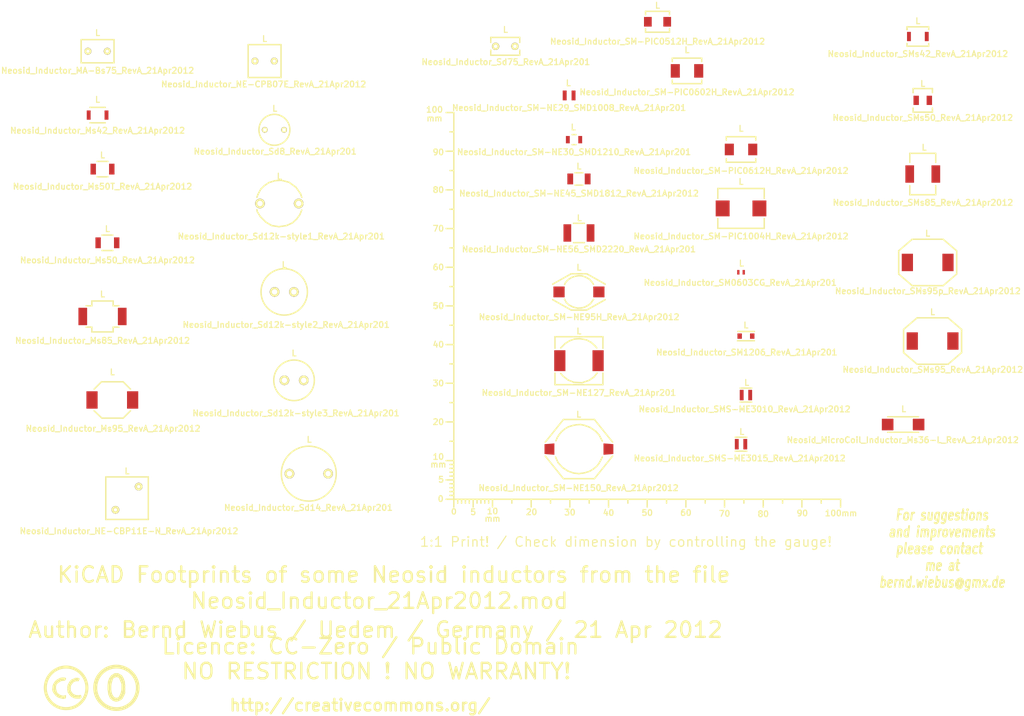
<source format=kicad_pcb>
(kicad_pcb (version 3) (host pcbnew "(2013-03-30 BZR 4007)-stable")

  (general
    (links 0)
    (no_connects 0)
    (area -5.40696 -31.671484 289.020673 199.1694)
    (thickness 1.6002)
    (drawings 7)
    (tracks 0)
    (zones 0)
    (modules 38)
    (nets 1)
  )

  (page A4)
  (layers
    (15 Vorderseite signal)
    (0 Rückseite signal)
    (16 B.Adhes user)
    (17 F.Adhes user)
    (18 B.Paste user)
    (19 F.Paste user)
    (20 B.SilkS user)
    (21 F.SilkS user)
    (22 B.Mask user)
    (23 F.Mask user)
    (24 Dwgs.User user)
    (25 Cmts.User user)
    (26 Eco1.User user)
    (27 Eco2.User user)
    (28 Edge.Cuts user)
  )

  (setup
    (last_trace_width 0.2032)
    (trace_clearance 0.254)
    (zone_clearance 0.508)
    (zone_45_only no)
    (trace_min 0.2032)
    (segment_width 0.381)
    (edge_width 0.381)
    (via_size 0.889)
    (via_drill 0.635)
    (via_min_size 0.889)
    (via_min_drill 0.508)
    (uvia_size 0.508)
    (uvia_drill 0.127)
    (uvias_allowed no)
    (uvia_min_size 0.508)
    (uvia_min_drill 0.127)
    (pcb_text_width 0.3048)
    (pcb_text_size 1.524 2.032)
    (mod_edge_width 0.381)
    (mod_text_size 1.524 1.524)
    (mod_text_width 0.3048)
    (pad_size 1.524 1.524)
    (pad_drill 0.8128)
    (pad_to_mask_clearance 0.254)
    (aux_axis_origin 0 0)
    (visible_elements 7FFFFFFF)
    (pcbplotparams
      (layerselection 3178497)
      (usegerberextensions true)
      (excludeedgelayer true)
      (linewidth 60)
      (plotframeref false)
      (viasonmask false)
      (mode 1)
      (useauxorigin false)
      (hpglpennumber 1)
      (hpglpenspeed 20)
      (hpglpendiameter 15)
      (hpglpenoverlay 0)
      (psnegative false)
      (psa4output false)
      (plotreference true)
      (plotvalue true)
      (plotothertext true)
      (plotinvisibletext false)
      (padsonsilk false)
      (subtractmaskfromsilk false)
      (outputformat 1)
      (mirror false)
      (drillshape 1)
      (scaleselection 1)
      (outputdirectory ""))
  )

  (net 0 "")

  (net_class Default "Dies ist die voreingestellte Netzklasse."
    (clearance 0.254)
    (trace_width 0.2032)
    (via_dia 0.889)
    (via_drill 0.635)
    (uvia_dia 0.508)
    (uvia_drill 0.127)
    (add_net "")
  )

  (module Gauge_100mm_Type2_SilkScreenTop_RevA_Date22Jun2010 (layer Vorderseite) (tedit 4D963937) (tstamp 4D88F07A)
    (at 132.75056 141.2494)
    (descr "Gauge, Massstab, 100mm, SilkScreenTop, Type 2,")
    (tags "Gauge, Massstab, 100mm, SilkScreenTop, Type 2,")
    (path Gauge_100mm_Type2_SilkScreenTop_RevA_Date22Jun2010)
    (fp_text reference MSC (at 4.0005 8.99922) (layer F.SilkS) hide
      (effects (font (size 1.524 1.524) (thickness 0.3048)))
    )
    (fp_text value Gauge_100mm_Type2_SilkScreenTop_RevA_Date22Jun2010 (at 45.9994 8.99922) (layer F.SilkS) hide
      (effects (font (size 1.524 1.524) (thickness 0.3048)))
    )
    (fp_text user mm (at 9.99998 5.00126) (layer F.SilkS)
      (effects (font (size 1.524 1.524) (thickness 0.3048)))
    )
    (fp_text user mm (at -4.0005 -8.99922) (layer F.SilkS)
      (effects (font (size 1.524 1.524) (thickness 0.3048)))
    )
    (fp_text user mm (at -5.00126 -98.5012) (layer F.SilkS)
      (effects (font (size 1.524 1.524) (thickness 0.3048)))
    )
    (fp_text user 10 (at 10.00506 3.0988) (layer F.SilkS)
      (effects (font (size 1.50114 1.50114) (thickness 0.29972)))
    )
    (fp_text user 0 (at 0.00508 3.19786) (layer F.SilkS)
      (effects (font (size 1.39954 1.50114) (thickness 0.29972)))
    )
    (fp_text user 5 (at 5.0038 3.29946) (layer F.SilkS)
      (effects (font (size 1.50114 1.50114) (thickness 0.29972)))
    )
    (fp_text user 20 (at 20.1041 3.29946) (layer F.SilkS)
      (effects (font (size 1.50114 1.50114) (thickness 0.29972)))
    )
    (fp_text user 30 (at 30.00502 3.39852) (layer F.SilkS)
      (effects (font (size 1.50114 1.50114) (thickness 0.29972)))
    )
    (fp_text user 40 (at 40.005 3.50012) (layer F.SilkS)
      (effects (font (size 1.50114 1.50114) (thickness 0.29972)))
    )
    (fp_text user 50 (at 50.00498 3.50012) (layer F.SilkS)
      (effects (font (size 1.50114 1.50114) (thickness 0.29972)))
    )
    (fp_text user 60 (at 60.00496 3.50012) (layer F.SilkS)
      (effects (font (size 1.50114 1.50114) (thickness 0.29972)))
    )
    (fp_text user 70 (at 70.00494 3.70078) (layer F.SilkS)
      (effects (font (size 1.50114 1.50114) (thickness 0.29972)))
    )
    (fp_text user 80 (at 80.00492 3.79984) (layer F.SilkS)
      (effects (font (size 1.50114 1.50114) (thickness 0.29972)))
    )
    (fp_text user 90 (at 90.1065 3.60172) (layer F.SilkS)
      (effects (font (size 1.50114 1.50114) (thickness 0.29972)))
    )
    (fp_text user 100mm (at 100.10648 3.60172) (layer F.SilkS)
      (effects (font (size 1.50114 1.50114) (thickness 0.29972)))
    )
    (fp_line (start 0 -8.99922) (end -1.00076 -8.99922) (layer F.SilkS) (width 0.381))
    (fp_line (start 0 -8.001) (end -1.00076 -8.001) (layer F.SilkS) (width 0.381))
    (fp_line (start 0 -7.00024) (end -1.00076 -7.00024) (layer F.SilkS) (width 0.381))
    (fp_line (start 0 -5.99948) (end -1.00076 -5.99948) (layer F.SilkS) (width 0.381))
    (fp_line (start 0 -4.0005) (end -1.00076 -4.0005) (layer F.SilkS) (width 0.381))
    (fp_line (start 0 -2.99974) (end -1.00076 -2.99974) (layer F.SilkS) (width 0.381))
    (fp_line (start 0 -1.99898) (end -1.00076 -1.99898) (layer F.SilkS) (width 0.381))
    (fp_line (start 0 -1.00076) (end -1.00076 -1.00076) (layer F.SilkS) (width 0.381))
    (fp_line (start 0 0) (end -1.99898 0) (layer F.SilkS) (width 0.381))
    (fp_line (start 0 -5.00126) (end -1.99898 -5.00126) (layer F.SilkS) (width 0.381))
    (fp_line (start 0 -9.99998) (end -1.99898 -9.99998) (layer F.SilkS) (width 0.381))
    (fp_line (start 0 -15.00124) (end -1.00076 -15.00124) (layer F.SilkS) (width 0.381))
    (fp_line (start 0 -19.99996) (end -1.99898 -19.99996) (layer F.SilkS) (width 0.381))
    (fp_line (start 0 -25.00122) (end -1.00076 -25.00122) (layer F.SilkS) (width 0.381))
    (fp_line (start 0 -29.99994) (end -1.99898 -29.99994) (layer F.SilkS) (width 0.381))
    (fp_line (start 0 -35.0012) (end -1.00076 -35.0012) (layer F.SilkS) (width 0.381))
    (fp_line (start 0 -39.99992) (end -1.99898 -39.99992) (layer F.SilkS) (width 0.381))
    (fp_line (start 0 -45.00118) (end -1.00076 -45.00118) (layer F.SilkS) (width 0.381))
    (fp_line (start 0 -49.9999) (end -1.99898 -49.9999) (layer F.SilkS) (width 0.381))
    (fp_line (start 0 -55.00116) (end -1.00076 -55.00116) (layer F.SilkS) (width 0.381))
    (fp_line (start 0 -59.99988) (end -1.99898 -59.99988) (layer F.SilkS) (width 0.381))
    (fp_line (start 0 -65.00114) (end -1.00076 -65.00114) (layer F.SilkS) (width 0.381))
    (fp_line (start 0 -69.99986) (end -1.99898 -69.99986) (layer F.SilkS) (width 0.381))
    (fp_line (start 0 -75.00112) (end -1.00076 -75.00112) (layer F.SilkS) (width 0.381))
    (fp_line (start 0 -79.99984) (end -1.99898 -79.99984) (layer F.SilkS) (width 0.381))
    (fp_line (start 0 -85.0011) (end -1.00076 -85.0011) (layer F.SilkS) (width 0.381))
    (fp_line (start 0 -89.99982) (end -1.99898 -89.99982) (layer F.SilkS) (width 0.381))
    (fp_line (start 0 -95.00108) (end -1.00076 -95.00108) (layer F.SilkS) (width 0.381))
    (fp_line (start 0 0) (end 0 -99.9998) (layer F.SilkS) (width 0.381))
    (fp_line (start 0 -99.9998) (end -1.99898 -99.9998) (layer F.SilkS) (width 0.381))
    (fp_text user 100 (at -4.99872 -100.7491) (layer F.SilkS)
      (effects (font (size 1.50114 1.50114) (thickness 0.29972)))
    )
    (fp_text user 90 (at -4.0005 -89.7509) (layer F.SilkS)
      (effects (font (size 1.50114 1.50114) (thickness 0.29972)))
    )
    (fp_text user 80 (at -4.0005 -79.99984) (layer F.SilkS)
      (effects (font (size 1.50114 1.50114) (thickness 0.29972)))
    )
    (fp_text user 70 (at -4.0005 -69.99986) (layer F.SilkS)
      (effects (font (size 1.50114 1.50114) (thickness 0.29972)))
    )
    (fp_text user 60 (at -4.0005 -59.99988) (layer F.SilkS)
      (effects (font (size 1.50114 1.50114) (thickness 0.29972)))
    )
    (fp_text user 50 (at -4.0005 -49.9999) (layer F.SilkS)
      (effects (font (size 1.50114 1.50114) (thickness 0.34036)))
    )
    (fp_text user 40 (at -4.0005 -39.99992) (layer F.SilkS)
      (effects (font (size 1.50114 1.50114) (thickness 0.29972)))
    )
    (fp_text user 30 (at -4.0005 -29.99994) (layer F.SilkS)
      (effects (font (size 1.50114 1.50114) (thickness 0.29972)))
    )
    (fp_text user 20 (at -4.0005 -19.99996) (layer F.SilkS)
      (effects (font (size 1.50114 1.50114) (thickness 0.29972)))
    )
    (fp_line (start 95.00108 0) (end 95.00108 1.00076) (layer F.SilkS) (width 0.381))
    (fp_line (start 89.99982 0) (end 89.99982 1.99898) (layer F.SilkS) (width 0.381))
    (fp_line (start 85.0011 0) (end 85.0011 1.00076) (layer F.SilkS) (width 0.381))
    (fp_line (start 79.99984 0) (end 79.99984 1.99898) (layer F.SilkS) (width 0.381))
    (fp_line (start 75.00112 0) (end 75.00112 1.00076) (layer F.SilkS) (width 0.381))
    (fp_line (start 69.99986 0) (end 69.99986 1.99898) (layer F.SilkS) (width 0.381))
    (fp_line (start 65.00114 0) (end 65.00114 1.00076) (layer F.SilkS) (width 0.381))
    (fp_line (start 59.99988 0) (end 59.99988 1.99898) (layer F.SilkS) (width 0.381))
    (fp_line (start 55.00116 0) (end 55.00116 1.00076) (layer F.SilkS) (width 0.381))
    (fp_line (start 49.9999 0) (end 49.9999 1.99898) (layer F.SilkS) (width 0.381))
    (fp_line (start 45.00118 0) (end 45.00118 1.00076) (layer F.SilkS) (width 0.381))
    (fp_line (start 39.99992 0) (end 39.99992 1.99898) (layer F.SilkS) (width 0.381))
    (fp_line (start 35.0012 0) (end 35.0012 1.00076) (layer F.SilkS) (width 0.381))
    (fp_line (start 29.99994 0) (end 29.99994 1.99898) (layer F.SilkS) (width 0.381))
    (fp_line (start 25.00122 0) (end 25.00122 1.00076) (layer F.SilkS) (width 0.381))
    (fp_line (start 19.99996 0) (end 19.99996 1.99898) (layer F.SilkS) (width 0.381))
    (fp_line (start 15.00124 0) (end 15.00124 1.00076) (layer F.SilkS) (width 0.381))
    (fp_line (start 9.99998 0) (end 99.9998 0) (layer F.SilkS) (width 0.381))
    (fp_line (start 99.9998 0) (end 99.9998 1.99898) (layer F.SilkS) (width 0.381))
    (fp_text user 5 (at -3.302 -5.10286) (layer F.SilkS)
      (effects (font (size 1.50114 1.50114) (thickness 0.29972)))
    )
    (fp_text user 0 (at -3.4036 -0.10414) (layer F.SilkS)
      (effects (font (size 1.50114 1.50114) (thickness 0.29972)))
    )
    (fp_text user 10 (at -4.0005 -11.00074) (layer F.SilkS)
      (effects (font (size 1.50114 1.50114) (thickness 0.29972)))
    )
    (fp_line (start 8.99922 0) (end 8.99922 1.00076) (layer F.SilkS) (width 0.381))
    (fp_line (start 8.001 0) (end 8.001 1.00076) (layer F.SilkS) (width 0.381))
    (fp_line (start 7.00024 0) (end 7.00024 1.00076) (layer F.SilkS) (width 0.381))
    (fp_line (start 5.99948 0) (end 5.99948 1.00076) (layer F.SilkS) (width 0.381))
    (fp_line (start 4.0005 0) (end 4.0005 1.00076) (layer F.SilkS) (width 0.381))
    (fp_line (start 2.99974 0) (end 2.99974 1.00076) (layer F.SilkS) (width 0.381))
    (fp_line (start 1.99898 0) (end 1.99898 1.00076) (layer F.SilkS) (width 0.381))
    (fp_line (start 1.00076 0) (end 1.00076 1.00076) (layer F.SilkS) (width 0.381))
    (fp_line (start 5.00126 0) (end 5.00126 1.99898) (layer F.SilkS) (width 0.381))
    (fp_line (start 0 0) (end 0 1.99898) (layer F.SilkS) (width 0.381))
    (fp_line (start 0 0) (end 9.99998 0) (layer F.SilkS) (width 0.381))
    (fp_line (start 9.99998 0) (end 9.99998 1.99898) (layer F.SilkS) (width 0.381))
  )

  (module Neosid_Inductor_MA-Bs75_RevA_21Apr2012 (layer Vorderseite) (tedit 4F980612) (tstamp 4F9802E5)
    (at 40.64 25.4)
    (descr "Neosid, Inductor, Bs75, Festinduktivitaet, Through hole, magneticaly shielded,")
    (tags "Neosid, Inductor, Bs75, Festinduktivitaet, Through hole, magneticaly shielded,")
    (fp_text reference L (at 0 -4.7498) (layer F.SilkS)
      (effects (font (size 1.524 1.524) (thickness 0.3048)))
    )
    (fp_text value Neosid_Inductor_MA-Bs75_RevA_21Apr2012 (at 0 5.00126) (layer F.SilkS)
      (effects (font (size 1.524 1.524) (thickness 0.3048)))
    )
    (fp_line (start 4.24942 -2.99974) (end -4.24942 -2.99974) (layer F.SilkS) (width 0.381))
    (fp_line (start -4.24942 -2.99974) (end -4.24942 2.99974) (layer F.SilkS) (width 0.381))
    (fp_line (start -4.24942 2.99974) (end 4.24942 2.99974) (layer F.SilkS) (width 0.381))
    (fp_line (start 4.24942 2.99974) (end 4.24942 -2.99974) (layer F.SilkS) (width 0.381))
    (pad 1 thru_hole circle (at -2.49936 0 180) (size 1.80086 1.80086) (drill 0.8001)
      (layers *.Cu *.Mask F.SilkS)
    )
    (pad 2 thru_hole circle (at 2.49936 0 180) (size 1.80086 1.80086) (drill 0.8001)
      (layers *.Cu *.Mask F.SilkS)
    )
  )

  (module Neosid_Inductor_Ms42_RevA_21Apr2012 (layer Vorderseite) (tedit 4F980618) (tstamp 4F9802EF)
    (at 40.64 41.91)
    (descr "Neosid, Power Inductor, Ms42, SMD, Festinduktivitaet,")
    (tags "Neosid, Power Inductor, Ms42, SMD, Festinduktivitaet,")
    (attr smd)
    (fp_text reference L (at 0 -4.0005) (layer F.SilkS)
      (effects (font (size 1.524 1.524) (thickness 0.3048)))
    )
    (fp_text value Neosid_Inductor_Ms42_RevA_21Apr2012 (at 0 4.0005) (layer F.SilkS)
      (effects (font (size 1.524 1.524) (thickness 0.3048)))
    )
    (fp_line (start 1.99898 1.99898) (end -1.99898 1.99898) (layer F.SilkS) (width 0.381))
    (fp_line (start 1.99898 -1.99898) (end -1.99898 -1.99898) (layer F.SilkS) (width 0.381))
    (pad 1 smd rect (at -2.30124 0) (size 1.00076 2.4003)
      (layers Vorderseite F.Paste F.Mask)
    )
    (pad 2 smd rect (at 2.30124 0) (size 1.00076 2.4003)
      (layers Vorderseite F.Paste F.Mask)
    )
  )

  (module Neosid_Inductor_Ms50T_RevA_21Apr2012 (layer Vorderseite) (tedit 4F98061F) (tstamp 4F9802F7)
    (at 41.91 55.88)
    (descr "Neosid, Power Inductor, Ms50T, SMD, Festinduktivitaet,  high temperature,")
    (tags "Neosid, Power Inductor, Ms50T, SMD, Festinduktivitaet, high temperature,")
    (attr smd)
    (fp_text reference L (at 0 -3.59918) (layer F.SilkS)
      (effects (font (size 1.524 1.524) (thickness 0.3048)))
    )
    (fp_text value Neosid_Inductor_Ms50T_RevA_21Apr2012 (at 0 4.50088) (layer F.SilkS)
      (effects (font (size 1.524 1.524) (thickness 0.3048)))
    )
    (fp_line (start -1.39954 1.99898) (end 1.39954 1.99898) (layer F.SilkS) (width 0.381))
    (fp_line (start 1.39954 -1.99898) (end -1.39954 -1.99898) (layer F.SilkS) (width 0.381))
    (pad 1 smd rect (at -2.4003 0) (size 1.39954 2.79908)
      (layers Vorderseite F.Paste F.Mask)
    )
    (pad 2 smd rect (at 2.4003 0) (size 1.39954 2.79908)
      (layers Vorderseite F.Paste F.Mask)
    )
  )

  (module Neosid_Inductor_Ms50_RevA_21Apr2012 (layer Vorderseite) (tedit 4F980628) (tstamp 4F9802FD)
    (at 43.18 74.93)
    (descr "Neosid, Power Inductor, Ms50, SMD, Festinduktivitaet,")
    (tags "Neosid, Power Inductor, Ms50, SMD, Festinduktivitaet,")
    (attr smd)
    (fp_text reference L (at 0 -3.59918) (layer F.SilkS)
      (effects (font (size 1.524 1.524) (thickness 0.3048)))
    )
    (fp_text value Neosid_Inductor_Ms50_RevA_21Apr2012 (at 0 4.50088) (layer F.SilkS)
      (effects (font (size 1.524 1.524) (thickness 0.3048)))
    )
    (fp_line (start -1.39954 1.99898) (end 1.39954 1.99898) (layer F.SilkS) (width 0.381))
    (fp_line (start 1.39954 -1.99898) (end -1.39954 -1.99898) (layer F.SilkS) (width 0.381))
    (pad 1 smd rect (at -2.4003 0) (size 1.39954 2.79908)
      (layers Vorderseite F.Paste F.Mask)
    )
    (pad 2 smd rect (at 2.4003 0) (size 1.39954 2.79908)
      (layers Vorderseite F.Paste F.Mask)
    )
  )

  (module Neosid_Inductor_Ms85_RevA_21Apr2012 (layer Vorderseite) (tedit 4F98062F) (tstamp 4F980305)
    (at 41.91 93.98)
    (descr "Neosid, Ms85, Ms85T, SMD Inductor, Festinduktivitaet, SMD,")
    (tags "Neosid, Ms85, Ms85T, SMD Inductor, Festinduktivitaet, SMD,")
    (path L)
    (attr smd)
    (fp_text reference L (at 0 -5.75056) (layer F.SilkS)
      (effects (font (size 1.524 1.524) (thickness 0.3048)))
    )
    (fp_text value Neosid_Inductor_Ms85_RevA_21Apr2012 (at 0 6.25094) (layer F.SilkS)
      (effects (font (size 1.524 1.524) (thickness 0.3048)))
    )
    (fp_line (start -4.24942 2.75082) (end -2.75082 2.75082) (layer F.SilkS) (width 0.381))
    (fp_line (start -2.75082 2.75082) (end -2.75082 4.0005) (layer F.SilkS) (width 0.381))
    (fp_line (start -2.75082 4.0005) (end 2.75082 4.0005) (layer F.SilkS) (width 0.381))
    (fp_line (start 2.75082 4.0005) (end 2.75082 2.75082) (layer F.SilkS) (width 0.381))
    (fp_line (start 2.75082 2.75082) (end 4.24942 2.75082) (layer F.SilkS) (width 0.381))
    (fp_line (start 4.24942 -2.75082) (end 2.75082 -2.75082) (layer F.SilkS) (width 0.381))
    (fp_line (start 2.75082 -2.75082) (end 2.75082 -4.0005) (layer F.SilkS) (width 0.381))
    (fp_line (start 2.75082 -4.0005) (end -2.75082 -4.0005) (layer F.SilkS) (width 0.381))
    (fp_line (start -2.75082 -4.0005) (end -2.75082 -2.75082) (layer F.SilkS) (width 0.381))
    (fp_line (start -2.75082 -2.75082) (end -4.24942 -2.75082) (layer F.SilkS) (width 0.381))
    (pad 1 smd rect (at -5.10032 0) (size 2.25044 4.50088)
      (layers Vorderseite F.Paste F.Mask)
    )
    (pad 2 smd rect (at 5.10032 0) (size 2.25044 4.50088)
      (layers Vorderseite F.Paste F.Mask)
    )
  )

  (module Neosid_Inductor_Ms95_RevA_21Apr2012 (layer Vorderseite) (tedit 4F980635) (tstamp 4F98030C)
    (at 44.45 115.57)
    (descr "Neosid,Inductor,Ms95, Ms95a, Ms95T, Festinduktivitaet, SMD,")
    (tags "Neosid,Inductor,Ms95, Ms95a, Ms95T, Festinduktivitaet, SMD,")
    (attr smd)
    (fp_text reference L (at 0 -7.2009) (layer F.SilkS)
      (effects (font (size 1.524 1.524) (thickness 0.3048)))
    )
    (fp_text value Neosid_Inductor_Ms95_RevA_21Apr2012 (at 0.20066 7.39902) (layer F.SilkS)
      (effects (font (size 1.524 1.524) (thickness 0.3048)))
    )
    (fp_line (start 4.699 2.79908) (end 2.79908 4.699) (layer F.SilkS) (width 0.381))
    (fp_line (start 2.79908 4.699) (end -2.70002 4.699) (layer F.SilkS) (width 0.381))
    (fp_line (start -2.70002 4.699) (end -4.699 2.79908) (layer F.SilkS) (width 0.381))
    (fp_line (start 4.699 -2.79908) (end 2.79908 -4.699) (layer F.SilkS) (width 0.381))
    (fp_line (start 2.79908 -4.699) (end -2.79908 -4.699) (layer F.SilkS) (width 0.381))
    (fp_line (start -2.79908 -4.699) (end -4.699 -2.79908) (layer F.SilkS) (width 0.381))
    (pad 1 smd rect (at -5.25018 0) (size 2.90068 4.50088)
      (layers Vorderseite F.Paste F.Mask)
    )
    (pad 2 smd rect (at 5.25018 0) (size 2.90068 4.50088)
      (layers Vorderseite F.Paste F.Mask)
    )
  )

  (module Neosid_Inductor_NE-CBP11E-N_RevA_21Apr2012 (layer Vorderseite) (tedit 4F98063F) (tstamp 4F980312)
    (at 48.26 140.97)
    (descr "Neosid, Inductor, NE-CBP11E-N, Festinduktivitaet, Through hole,")
    (tags "Neosid, Inductor, NE-CBP11E-N, Festinduktivitaet, Through hole,")
    (fp_text reference L (at 0 -7.00024) (layer F.SilkS)
      (effects (font (size 1.524 1.524) (thickness 0.3048)))
    )
    (fp_text value Neosid_Inductor_NE-CBP11E-N_RevA_21Apr2012 (at 0.50038 8.49884) (layer F.SilkS)
      (effects (font (size 1.524 1.524) (thickness 0.3048)))
    )
    (fp_line (start -5.4991 -5.4991) (end 5.4991 -5.4991) (layer F.SilkS) (width 0.381))
    (fp_line (start 5.4991 -5.4991) (end 5.4991 5.4991) (layer F.SilkS) (width 0.381))
    (fp_line (start 5.4991 5.4991) (end -5.4991 5.4991) (layer F.SilkS) (width 0.381))
    (fp_line (start -5.4991 5.4991) (end -5.4991 -5.4991) (layer F.SilkS) (width 0.381))
    (pad 2 thru_hole circle (at 2.99974 -2.99974) (size 1.99898 1.99898) (drill 0.8001)
      (layers *.Cu *.Mask F.SilkS)
    )
    (pad 1 thru_hole circle (at -2.99974 2.99974) (size 1.99898 1.99898) (drill 0.8001)
      (layers *.Cu *.Mask F.SilkS)
    )
  )

  (module Neosid_Inductor_NE-CPB07E_RevA_21Apr2012 (layer Vorderseite) (tedit 4F98064A) (tstamp 4F98031B)
    (at 83.82 27.94)
    (descr "Neosid, Power Inductor, NE-CPB07E, through hole, Festinduktivitaet,")
    (tags "Neosid, Power Inductor, NE-CPB07E, through hole, Festinduktivitaet,")
    (attr smd)
    (fp_text reference L (at 0 -5.75056) (layer F.SilkS)
      (effects (font (size 1.524 1.524) (thickness 0.3048)))
    )
    (fp_text value Neosid_Inductor_NE-CPB07E_RevA_21Apr2012 (at -0.24892 5.99948) (layer F.SilkS)
      (effects (font (size 1.524 1.524) (thickness 0.3048)))
    )
    (fp_line (start -4.24942 -4.24942) (end -4.24942 4.24942) (layer F.SilkS) (width 0.381))
    (fp_line (start -4.24942 4.24942) (end 4.24942 4.24942) (layer F.SilkS) (width 0.381))
    (fp_line (start 4.24942 4.24942) (end 4.24942 -4.24942) (layer F.SilkS) (width 0.381))
    (fp_line (start 4.24942 -4.24942) (end -4.24942 -4.24942) (layer F.SilkS) (width 0.381))
    (pad 1 thru_hole circle (at -2.49936 0) (size 1.80086 1.80086) (drill 0.8001)
      (layers *.Cu *.Mask F.SilkS)
    )
    (pad 2 thru_hole circle (at 2.49936 0) (size 1.80086 1.80086) (drill 0.8001)
      (layers *.Cu *.Mask F.SilkS)
    )
  )

  (module Neosid_Inductor_Sd8_RevA_21Apr2012 (layer Vorderseite) (tedit 4F980650) (tstamp 4F980328)
    (at 86.36 45.72)
    (descr "Neosid, Inductor, Sd8, Festinduktivitaet, Through hole,")
    (tags "Neosid, Inductor, Sd8, Festinduktivitaet, Through hole,")
    (fp_text reference L (at 0.09906 -5.4991) (layer F.SilkS)
      (effects (font (size 1.524 1.524) (thickness 0.3048)))
    )
    (fp_text value Neosid_Inductor_Sd8_RevA_21Apr201 (at 0.20066 5.6007) (layer F.SilkS)
      (effects (font (size 1.524 1.524) (thickness 0.3048)))
    )
    (fp_circle (center 0 0) (end 4.0005 0) (layer F.SilkS) (width 0.381))
    (pad 2 thru_hole circle (at 2.49936 0) (size 1.50114 1.50114) (drill 0.8001)
      (layers *.Cu *.Mask F.SilkS)
    )
    (pad 1 thru_hole circle (at -2.49936 0) (size 1.50114 1.50114) (drill 0.8001)
      (layers *.Cu *.Mask F.SilkS)
    )
  )

  (module Neosid_Inductor_Sd12k-style1_RevA_21Apr2012 (layer Vorderseite) (tedit 4F980657) (tstamp 4F980332)
    (at 87.63 64.77)
    (descr "Neosid, Inductor, Sd12k-style1, Festinduktivitaet, Through hole,")
    (tags "Neosid, Inductor, Sd12k-style1, Festinduktivitaet, Through hole,")
    (fp_text reference L (at 0 -7.00024) (layer F.SilkS)
      (effects (font (size 1.524 1.524) (thickness 0.3048)))
    )
    (fp_text value Neosid_Inductor_Sd12k-style1_RevA_21Apr201 (at 0.50038 8.49884) (layer F.SilkS)
      (effects (font (size 1.524 1.524) (thickness 0.3048)))
    )
    (fp_line (start -5.69976 2.10058) (end -5.79882 1.6002) (layer F.SilkS) (width 0.381))
    (fp_line (start -5.79882 -1.6002) (end -5.4991 -2.4003) (layer F.SilkS) (width 0.381))
    (fp_line (start -5.4991 -2.4003) (end -4.8006 -3.70078) (layer F.SilkS) (width 0.381))
    (fp_line (start -4.8006 -3.70078) (end -3.8989 -4.59994) (layer F.SilkS) (width 0.381))
    (fp_line (start -3.8989 -4.59994) (end -2.70002 -5.40004) (layer F.SilkS) (width 0.381))
    (fp_line (start -2.70002 -5.40004) (end -1.09982 -5.90042) (layer F.SilkS) (width 0.381))
    (fp_line (start -1.09982 -5.90042) (end 0.50038 -5.99948) (layer F.SilkS) (width 0.381))
    (fp_line (start 0.50038 -5.99948) (end 2.49936 -5.4991) (layer F.SilkS) (width 0.381))
    (fp_line (start 2.49936 -5.4991) (end 4.30022 -4.20116) (layer F.SilkS) (width 0.381))
    (fp_line (start 4.30022 -4.20116) (end 5.4991 -2.49936) (layer F.SilkS) (width 0.381))
    (fp_line (start 5.4991 -2.49936) (end 5.79882 -1.6002) (layer F.SilkS) (width 0.381))
    (fp_line (start 5.79882 1.69926) (end 5.30098 2.90068) (layer F.SilkS) (width 0.381))
    (fp_line (start 5.30098 2.90068) (end 4.50088 4.0005) (layer F.SilkS) (width 0.381))
    (fp_line (start 4.50088 4.0005) (end 3.40106 5.00126) (layer F.SilkS) (width 0.381))
    (fp_line (start 3.40106 5.00126) (end 1.89992 5.69976) (layer F.SilkS) (width 0.381))
    (fp_line (start 1.89992 5.69976) (end -0.09906 5.99948) (layer F.SilkS) (width 0.381))
    (fp_line (start -0.09906 5.99948) (end -1.99898 5.69976) (layer F.SilkS) (width 0.381))
    (fp_line (start -1.99898 5.69976) (end -3.50012 4.8006) (layer F.SilkS) (width 0.381))
    (fp_line (start -3.50012 4.8006) (end -4.89966 3.40106) (layer F.SilkS) (width 0.381))
    (fp_line (start -4.89966 3.40106) (end -5.69976 2.10058) (layer F.SilkS) (width 0.381))
    (pad 2 thru_hole circle (at 5.00126 0) (size 2.49936 2.49936) (drill 1.39954)
      (layers *.Cu *.Mask F.SilkS)
    )
    (pad 1 thru_hole circle (at -5.00126 0) (size 2.49936 2.49936) (drill 1.39954)
      (layers *.Cu *.Mask F.SilkS)
    )
  )

  (module Neosid_Inductor_Sd12k-style2_RevA_21Apr2012 (layer Vorderseite) (tedit 4F98065F) (tstamp 4F98033B)
    (at 88.9 87.63)
    (descr "Neosid, Inductor, Sd12k-style2, Festinduktivitaet, Through hole,")
    (tags "Neosid, Inductor, Sd12k-style2, Festinduktivitaet, Through hole,")
    (fp_text reference L (at 0 -7.00024) (layer F.SilkS)
      (effects (font (size 1.524 1.524) (thickness 0.3048)))
    )
    (fp_text value Neosid_Inductor_Sd12k-style2_RevA_21Apr201 (at 0.50038 8.49884) (layer F.SilkS)
      (effects (font (size 1.524 1.524) (thickness 0.3048)))
    )
    (fp_circle (center 0 0) (end 5.99948 0) (layer F.SilkS) (width 0.381))
    (pad 2 thru_hole circle (at 2.49936 0) (size 2.49936 2.49936) (drill 1.39954)
      (layers *.Cu *.Mask F.SilkS)
    )
    (pad 1 thru_hole circle (at -2.49936 0) (size 2.49936 2.49936) (drill 1.39954)
      (layers *.Cu *.Mask F.SilkS)
    )
  )

  (module Neosid_Inductor_Sd12k-style3_RevA_21Apr2012 (layer Vorderseite) (tedit 4F980666) (tstamp 4F980344)
    (at 91.44 110.49)
    (descr "Neosid, Inductor, Sd12k-style3, Festinduktivitaet, Through hole,")
    (tags "Neosid, Inductor, Sd12k-style3, Festinduktivitaet, Through hole,")
    (fp_text reference L (at 0 -7.00024) (layer F.SilkS)
      (effects (font (size 1.524 1.524) (thickness 0.3048)))
    )
    (fp_text value Neosid_Inductor_Sd12k-style3_RevA_21Apr201 (at 0.50038 8.49884) (layer F.SilkS)
      (effects (font (size 1.524 1.524) (thickness 0.3048)))
    )
    (fp_circle (center 0 0) (end 5.25018 0) (layer F.SilkS) (width 0.381))
    (pad 2 thru_hole circle (at 2.49936 0) (size 2.49936 2.49936) (drill 1.39954)
      (layers *.Cu *.Mask F.SilkS)
    )
    (pad 1 thru_hole circle (at -2.49936 0) (size 2.49936 2.49936) (drill 1.39954)
      (layers *.Cu *.Mask F.SilkS)
    )
  )

  (module Neosid_Inductor_Sd14_RevA_21Apr2012 (layer Vorderseite) (tedit 4F98066D) (tstamp 4F98036B)
    (at 95.25 134.62)
    (descr "Neosid, Inductor, Sd14, Festinduktivitaet, Through hole,")
    (tags "Neosid, Inductor, Sd14, Festinduktivitaet, Through hole,")
    (fp_text reference L (at 0.09906 -8.8011) (layer F.SilkS)
      (effects (font (size 1.524 1.524) (thickness 0.3048)))
    )
    (fp_text value Neosid_Inductor_Sd14_RevA_21Apr201 (at -0.09906 8.8011) (layer F.SilkS)
      (effects (font (size 1.524 1.524) (thickness 0.3048)))
    )
    (fp_circle (center 0 0) (end 7.0993 0) (layer F.SilkS) (width 0.381))
    (pad 2 thru_hole circle (at 5.00126 0) (size 2.49936 2.49936) (drill 1.39954)
      (layers *.Cu *.Mask F.SilkS)
    )
    (pad 1 thru_hole circle (at -5.00126 0) (size 2.49936 2.49936) (drill 1.39954)
      (layers *.Cu *.Mask F.SilkS)
    )
  )

  (module Neosid_Inductor_Sd75_RevA_21Apr2012 (layer Vorderseite) (tedit 4F980679) (tstamp 4F980376)
    (at 146.05 24.13)
    (descr "Neosid, Inductor, Sd75, Festinduktivitaet, Through hole,")
    (tags "Neosid, Inductor, Sd75, Festinduktivitaet, Through hole,")
    (fp_text reference L (at 0.0508 -4.30022) (layer F.SilkS)
      (effects (font (size 1.524 1.524) (thickness 0.3048)))
    )
    (fp_text value Neosid_Inductor_Sd75_RevA_21Apr201 (at 0.14986 4.04876) (layer F.SilkS)
      (effects (font (size 1.524 1.524) (thickness 0.3048)))
    )
    (fp_line (start -3.74904 1.00076) (end -3.74904 2.30124) (layer F.SilkS) (width 0.381))
    (fp_line (start 3.74904 1.00076) (end 3.74904 2.30124) (layer F.SilkS) (width 0.381))
    (fp_line (start 3.74904 2.30124) (end -3.74904 2.30124) (layer F.SilkS) (width 0.381))
    (fp_line (start 3.74904 -2.30124) (end 3.74904 -1.00076) (layer F.SilkS) (width 0.381))
    (fp_line (start 3.74904 -2.30124) (end -3.74904 -2.30124) (layer F.SilkS) (width 0.381))
    (fp_line (start -3.74904 -2.30124) (end -3.74904 -1.00076) (layer F.SilkS) (width 0.381))
    (pad 2 thru_hole circle (at 2.49936 0) (size 1.89992 1.89992) (drill 0.89916)
      (layers *.Cu *.Mask F.SilkS)
    )
    (pad 1 thru_hole circle (at -2.49936 0) (size 1.89992 1.89992) (drill 0.89916)
      (layers *.Cu *.Mask F.SilkS)
    )
  )

  (module Neosid_Inductor_SM-NE29_SMD1008_RevA_21Apr2012 (layer Vorderseite) (tedit 4F980680) (tstamp 4F980398)
    (at 162.56 36.83)
    (descr "Neosid, Inductor, SM-NE29, SMD1008, Festinduktivitaet, SMD,")
    (tags "Neosid, Inductor, SM-NE29, SMD1008, Festinduktivitaet, SMD,")
    (attr smd)
    (fp_text reference L (at -0.20066 -3.2004) (layer F.SilkS)
      (effects (font (size 1.524 1.524) (thickness 0.3048)))
    )
    (fp_text value Neosid_Inductor_SM-NE29_SMD1008_RevA_21Apr201 (at 0 3.2004) (layer F.SilkS)
      (effects (font (size 1.524 1.524) (thickness 0.3048)))
    )
    (pad 2 smd rect (at 1.14554 0) (size 1.02108 2.54)
      (layers Vorderseite F.Paste F.Mask)
    )
    (pad 1 smd rect (at -1.14554 0) (size 1.02108 2.54)
      (layers Vorderseite F.Paste F.Mask)
    )
  )

  (module Neosid_Inductor_SM-NE30_SMD1210_RevA_21Apr2012 (layer Vorderseite) (tedit 4F980690) (tstamp 4F9803A1)
    (at 163.83 48.26)
    (descr "Neosid, Inductor, SM-NE30, SMD1210, Festinduktivitaet, SMD,")
    (tags "Neosid, Inductor, SM-NE30, SMD1210, Festinduktivitaet, SMD,")
    (attr smd)
    (fp_text reference L (at -0.20066 -3.2004) (layer F.SilkS)
      (effects (font (size 1.524 1.524) (thickness 0.3048)))
    )
    (fp_text value Neosid_Inductor_SM-NE30_SMD1210_RevA_21Apr201 (at 0 3.2004) (layer F.SilkS)
      (effects (font (size 1.524 1.524) (thickness 0.3048)))
    )
    (fp_line (start 0.50038 1.30048) (end -0.50038 1.30048) (layer F.SilkS) (width 0.381))
    (fp_line (start 0.50038 -1.30048) (end -0.50038 -1.30048) (layer F.SilkS) (width 0.381))
    (pad 2 smd rect (at 1.6002 0) (size 1.00076 1.89992)
      (layers Vorderseite F.Paste F.Mask)
    )
    (pad 1 smd rect (at -1.6002 0) (size 1.00076 1.89992)
      (layers Vorderseite F.Paste F.Mask)
    )
  )

  (module Neosid_Inductor_SM-NE45_SMD1812_RevA_21Apr2012 (layer Vorderseite) (tedit 4F980698) (tstamp 4F9803AA)
    (at 165.1 58.42)
    (descr "Neosid, SM-Ne45, (1812), SMD Chip Inductor, Festinduktivitaet,")
    (tags "Neosid, SM-Ne45, (1812), SMD Chip Inductor, Festinduktivitaet,")
    (attr smd)
    (fp_text reference L (at 0 -3.2512) (layer F.SilkS)
      (effects (font (size 1.524 1.524) (thickness 0.3048)))
    )
    (fp_text value Neosid_Inductor_SM-NE45_SMD1812_RevA_21Apr2012 (at 0 3.74904) (layer F.SilkS)
      (effects (font (size 1.524 1.524) (thickness 0.3048)))
    )
    (fp_line (start -1.00076 1.6002) (end 1.00076 1.6002) (layer F.SilkS) (width 0.381))
    (fp_line (start 0 -1.6002) (end 1.00076 -1.6002) (layer F.SilkS) (width 0.381))
    (fp_line (start 0 -1.6002) (end -1.00076 -1.6002) (layer F.SilkS) (width 0.381))
    (pad 1 smd rect (at -2.25044 0) (size 1.50114 2.79908)
      (layers Vorderseite F.Paste F.Mask)
    )
    (pad 2 smd rect (at 2.25044 0) (size 1.50114 2.79908)
      (layers Vorderseite F.Paste F.Mask)
    )
  )

  (module Neosid_Inductor_SM-NE56_SMD2220_RevA_21Apr2012 (layer Vorderseite) (tedit 4F9806A0) (tstamp 4F9803B3)
    (at 165.1 72.39)
    (descr "Neosid, Inductor, SM-NE56, SMD2220, Festinduktivitaet, SMD,")
    (tags "Neosid, Inductor, SM-NE56, SMD2220, Festinduktivitaet, SMD,")
    (path Neosid_Inductor_SM-NE45_RevA_21Apr2012)
    (attr smd)
    (fp_text reference L (at 0.09906 -3.85064) (layer F.SilkS)
      (effects (font (size 1.524 1.524) (thickness 0.3048)))
    )
    (fp_text value Neosid_Inductor_SM-NE56_SMD2220_RevA_21Apr201 (at 0 4.20116) (layer F.SilkS)
      (effects (font (size 1.524 1.524) (thickness 0.3048)))
    )
    (fp_line (start 1.39954 2.49936) (end -1.39954 2.49936) (layer F.SilkS) (width 0.381))
    (fp_line (start 1.39954 -2.49936) (end -1.39954 -2.49936) (layer F.SilkS) (width 0.381))
    (pad 2 smd rect (at 2.99974 0) (size 1.99898 4.50088)
      (layers Vorderseite F.Paste F.Mask)
    )
    (pad 1 smd rect (at -2.99974 0) (size 1.99898 4.50088)
      (layers Vorderseite F.Paste F.Mask)
    )
  )

  (module Neosid_Inductor_SM-NE95H_RevA_21Apr2012 (layer Vorderseite) (tedit 4F9806A7) (tstamp 4F9803BE)
    (at 165.1 87.63)
    (descr "Neosid, Inductor,SM-NE95H, Festinduktivitaet, SMD,")
    (tags "Neosid, Inductor,SM-NE95H, Festinduktivitaet, SMD,")
    (attr smd)
    (fp_text reference L (at 0 -6.2992) (layer F.SilkS)
      (effects (font (size 1.524 1.524) (thickness 0.3048)))
    )
    (fp_text value Neosid_Inductor_SM-NE95H_RevA_21Apr2012 (at 0.0508 6.49986) (layer F.SilkS)
      (effects (font (size 1.524 1.524) (thickness 0.3048)))
    )
    (fp_line (start -3.70078 -1.89992) (end -3.50012 -2.3495) (layer F.SilkS) (width 0.381))
    (fp_line (start -3.50012 -2.3495) (end -3.1496 -2.79908) (layer F.SilkS) (width 0.381))
    (fp_line (start -3.1496 -2.79908) (end -2.60096 -3.29946) (layer F.SilkS) (width 0.381))
    (fp_line (start -2.60096 -3.29946) (end -1.84912 -3.74904) (layer F.SilkS) (width 0.381))
    (fp_line (start -1.84912 -3.74904) (end -1.00076 -4.04876) (layer F.SilkS) (width 0.381))
    (fp_line (start -1.00076 -4.04876) (end 0 -4.20116) (layer F.SilkS) (width 0.381))
    (fp_line (start 0 -4.20116) (end 0.8001 -4.15036) (layer F.SilkS) (width 0.381))
    (fp_line (start 0.8001 -4.15036) (end 1.69926 -3.85064) (layer F.SilkS) (width 0.381))
    (fp_line (start 1.69926 -3.85064) (end 2.75082 -3.2512) (layer F.SilkS) (width 0.381))
    (fp_line (start 2.75082 -3.2512) (end 3.44932 -2.4511) (layer F.SilkS) (width 0.381))
    (fp_line (start 3.44932 -2.4511) (end 3.74904 -1.95072) (layer F.SilkS) (width 0.381))
    (fp_line (start 3.79984 1.89992) (end 3.44932 2.4003) (layer F.SilkS) (width 0.381))
    (fp_line (start 3.44932 2.4003) (end 2.94894 3.05054) (layer F.SilkS) (width 0.381))
    (fp_line (start 2.94894 3.05054) (end 2.30124 3.50012) (layer F.SilkS) (width 0.381))
    (fp_line (start 2.30124 3.50012) (end 1.45034 3.9497) (layer F.SilkS) (width 0.381))
    (fp_line (start 1.45034 3.9497) (end 0.65024 4.15036) (layer F.SilkS) (width 0.381))
    (fp_line (start 0.65024 4.15036) (end -0.35052 4.20116) (layer F.SilkS) (width 0.381))
    (fp_line (start -0.35052 4.20116) (end -1.39954 3.9497) (layer F.SilkS) (width 0.381))
    (fp_line (start -1.39954 3.9497) (end -2.55016 3.40106) (layer F.SilkS) (width 0.381))
    (fp_line (start -2.55016 3.40106) (end -3.2512 2.75082) (layer F.SilkS) (width 0.381))
    (fp_line (start -3.2512 2.75082) (end -3.70078 1.95072) (layer F.SilkS) (width 0.381))
    (fp_line (start -3.70078 1.95072) (end -3.74904 1.84912) (layer F.SilkS) (width 0.381))
    (fp_line (start 6.79958 1.99898) (end 1.99898 4.699) (layer F.SilkS) (width 0.381))
    (fp_line (start 1.99898 4.699) (end -1.99898 4.699) (layer F.SilkS) (width 0.381))
    (fp_line (start -1.99898 4.699) (end -6.79958 1.99898) (layer F.SilkS) (width 0.381))
    (fp_line (start 6.79958 -1.99898) (end 1.99898 -4.699) (layer F.SilkS) (width 0.381))
    (fp_line (start 1.99898 -4.699) (end -1.99898 -4.699) (layer F.SilkS) (width 0.381))
    (fp_line (start -1.99898 -4.699) (end -6.79958 -1.99898) (layer F.SilkS) (width 0.381))
    (pad 1 smd rect (at -5.15112 0) (size 2.90068 2.79908)
      (layers Vorderseite F.Paste F.Mask)
    )
    (pad 2 smd rect (at 5.15112 0) (size 2.90068 2.79908)
      (layers Vorderseite F.Paste F.Mask)
    )
  )

  (module Neosid_Inductor_SM-NE127_RevA_21Apr2012 (layer Vorderseite) (tedit 4F9806C3) (tstamp 4F9803CA)
    (at 165.1 105.41)
    (descr "Neosid, Inductor, SM-NE127, Festinduktivitaet, SMD,")
    (tags "Neosid, Inductor, SM-NE127, Festinduktivitaet, SMD,")
    (attr smd)
    (fp_text reference L (at 0 -7.59968) (layer F.SilkS)
      (effects (font (size 1.524 1.524) (thickness 0.3048)))
    )
    (fp_text value Neosid_Inductor_SM-NE127_RevA_21Apr201 (at 0 8.30072) (layer F.SilkS)
      (effects (font (size 1.524 1.524) (thickness 0.3048)))
    )
    (fp_line (start -4.699 3.29946) (end -4.09956 4.0005) (layer F.SilkS) (width 0.381))
    (fp_line (start -4.09956 4.0005) (end -2.79908 5.00126) (layer F.SilkS) (width 0.381))
    (fp_line (start -2.79908 5.00126) (end -1.30048 5.6007) (layer F.SilkS) (width 0.381))
    (fp_line (start -1.30048 5.6007) (end 0.8001 5.69976) (layer F.SilkS) (width 0.381))
    (fp_line (start 0.8001 5.69976) (end 2.60096 5.10032) (layer F.SilkS) (width 0.381))
    (fp_line (start 2.60096 5.10032) (end 3.8989 4.20116) (layer F.SilkS) (width 0.381))
    (fp_line (start 3.8989 4.20116) (end 4.699 3.2004) (layer F.SilkS) (width 0.381))
    (fp_line (start 4.59994 -3.29946) (end 4.20116 -3.79984) (layer F.SilkS) (width 0.381))
    (fp_line (start 4.20116 -3.79984) (end 3.2004 -4.699) (layer F.SilkS) (width 0.381))
    (fp_line (start 3.2004 -4.699) (end 1.89992 -5.40004) (layer F.SilkS) (width 0.381))
    (fp_line (start 1.89992 -5.40004) (end 0.20066 -5.69976) (layer F.SilkS) (width 0.381))
    (fp_line (start 0.20066 -5.69976) (end -1.19888 -5.6007) (layer F.SilkS) (width 0.381))
    (fp_line (start -1.19888 -5.6007) (end -2.49936 -5.10032) (layer F.SilkS) (width 0.381))
    (fp_line (start -2.49936 -5.10032) (end -3.59918 -4.39928) (layer F.SilkS) (width 0.381))
    (fp_line (start -3.59918 -4.39928) (end -4.699 -3.29946) (layer F.SilkS) (width 0.381))
    (fp_line (start 6.20014 -3.2004) (end 6.20014 -6.20014) (layer F.SilkS) (width 0.381))
    (fp_line (start -6.20014 3.2004) (end -6.20014 6.20014) (layer F.SilkS) (width 0.381))
    (fp_line (start -6.20014 6.20014) (end 6.20014 6.20014) (layer F.SilkS) (width 0.381))
    (fp_line (start 6.20014 6.20014) (end 6.20014 3.2004) (layer F.SilkS) (width 0.381))
    (fp_line (start 6.20014 -6.20014) (end -6.20014 -6.20014) (layer F.SilkS) (width 0.381))
    (fp_line (start -6.20014 -6.20014) (end -6.20014 -3.2004) (layer F.SilkS) (width 0.381))
    (pad 2 smd rect (at 4.95046 0) (size 2.90068 5.40004)
      (layers Vorderseite F.Paste F.Mask)
    )
    (pad 1 smd rect (at -4.95046 0) (size 2.90068 5.40004)
      (layers Vorderseite F.Paste F.Mask)
    )
  )

  (module Neosid_Inductor_SM-NE150_RevA_21Apr2012 (layer Vorderseite) (tedit 4F9806CA) (tstamp 4F9803D8)
    (at 165.1 128.27)
    (descr "Neosid, Inductor, SM-NE150, Festinduktivitaet, SMD,")
    (tags "Neosid, Inductor, SM-NE150, Festinduktivitaet, SMD,")
    (attr smd)
    (fp_text reference L (at -0.0508 -8.95096) (layer F.SilkS)
      (effects (font (size 1.524 1.524) (thickness 0.3048)))
    )
    (fp_text value Neosid_Inductor_SM-NE150_RevA_21Apr2012 (at -0.09906 10.05078) (layer F.SilkS)
      (effects (font (size 1.524 1.524) (thickness 0.3048)))
    )
    (fp_line (start -5.95122 -2.14884) (end -5.6007 -2.99974) (layer F.SilkS) (width 0.381))
    (fp_line (start -5.6007 -2.99974) (end -5.10032 -3.74904) (layer F.SilkS) (width 0.381))
    (fp_line (start -5.10032 -3.74904) (end -4.50088 -4.50088) (layer F.SilkS) (width 0.381))
    (fp_line (start -4.50088 -4.50088) (end -3.59918 -5.25018) (layer F.SilkS) (width 0.381))
    (fp_line (start -3.59918 -5.25018) (end -2.75082 -5.75056) (layer F.SilkS) (width 0.381))
    (fp_line (start -2.75082 -5.75056) (end -1.6002 -6.10108) (layer F.SilkS) (width 0.381))
    (fp_line (start -1.6002 -6.10108) (end -0.55118 -6.2992) (layer F.SilkS) (width 0.381))
    (fp_line (start -0.55118 -6.2992) (end 0.44958 -6.35) (layer F.SilkS) (width 0.381))
    (fp_line (start 0.44958 -6.35) (end 1.5494 -6.10108) (layer F.SilkS) (width 0.381))
    (fp_line (start 1.5494 -6.10108) (end 2.90068 -5.6007) (layer F.SilkS) (width 0.381))
    (fp_line (start 2.90068 -5.6007) (end 4.35102 -4.59994) (layer F.SilkS) (width 0.381))
    (fp_line (start 4.35102 -4.59994) (end 5.25018 -3.59918) (layer F.SilkS) (width 0.381))
    (fp_line (start 5.25018 -3.59918) (end 6.05028 -2.04978) (layer F.SilkS) (width 0.381))
    (fp_line (start 6.05028 2.04978) (end 5.6007 2.94894) (layer F.SilkS) (width 0.381))
    (fp_line (start 5.6007 2.94894) (end 5.15112 3.74904) (layer F.SilkS) (width 0.381))
    (fp_line (start 5.15112 3.74904) (end 4.54914 4.50088) (layer F.SilkS) (width 0.381))
    (fp_line (start 4.54914 4.50088) (end 3.64998 5.19938) (layer F.SilkS) (width 0.381))
    (fp_line (start 3.64998 5.19938) (end 2.75082 5.75056) (layer F.SilkS) (width 0.381))
    (fp_line (start 2.75082 5.75056) (end 1.45034 6.14934) (layer F.SilkS) (width 0.381))
    (fp_line (start 1.45034 6.14934) (end 0 6.35) (layer F.SilkS) (width 0.381))
    (fp_line (start 0 6.35) (end -1.34874 6.20014) (layer F.SilkS) (width 0.381))
    (fp_line (start -1.34874 6.20014) (end -2.79908 5.69976) (layer F.SilkS) (width 0.381))
    (fp_line (start -2.79908 5.69976) (end -4.20116 4.8006) (layer F.SilkS) (width 0.381))
    (fp_line (start -4.20116 4.8006) (end -5.40004 3.50012) (layer F.SilkS) (width 0.381))
    (fp_line (start -5.40004 3.50012) (end -6.05028 2.04978) (layer F.SilkS) (width 0.381))
    (fp_line (start 8.6995 1.80086) (end 4.0005 7.65048) (layer F.SilkS) (width 0.381))
    (fp_line (start 4.0005 7.65048) (end -4.0005 7.65048) (layer F.SilkS) (width 0.381))
    (fp_line (start -4.0005 7.65048) (end -8.6995 1.80086) (layer F.SilkS) (width 0.381))
    (fp_line (start 8.6995 -1.80086) (end 4.0005 -7.65048) (layer F.SilkS) (width 0.381))
    (fp_line (start 4.0005 -7.65048) (end -4.0005 -7.65048) (layer F.SilkS) (width 0.381))
    (fp_line (start -4.0005 -7.65048) (end -8.6995 -1.80086) (layer F.SilkS) (width 0.381))
    (pad 2 smd trapezoid (at 7.62508 0) (size 2.55016 2.75082) (rect_delta 0.20066 0 )
      (layers Vorderseite F.Paste F.Mask)
    )
    (pad 1 smd trapezoid (at -7.62508 0 180) (size 2.55016 2.75082) (rect_delta 0.20066 0 )
      (layers Vorderseite F.Paste F.Mask)
    )
  )

  (module Neosid_Inductor_SM-PIC0512H_RevA_21Apr2012 (layer Vorderseite) (tedit 4F9806D8) (tstamp 4F9803E5)
    (at 185.42 17.78)
    (descr "Neosid, Inductor, PIC0512H, Power Inductor, Festinduktivitaet, SMD,")
    (tags "Neosid, Inductor, PIC0512H, Power Inductor, Festinduktivitaet, SMD,")
    (attr smd)
    (fp_text reference L (at 0 -4.20116) (layer F.SilkS)
      (effects (font (size 1.524 1.524) (thickness 0.3048)))
    )
    (fp_text value Neosid_Inductor_SM-PIC0512H_RevA_21Apr2012 (at 0 5.10032) (layer F.SilkS)
      (effects (font (size 1.524 1.524) (thickness 0.3048)))
    )
    (fp_line (start 3.0988 1.80086) (end 3.0988 2.70002) (layer F.SilkS) (width 0.381))
    (fp_line (start 3.0988 2.70002) (end -3.0988 2.70002) (layer F.SilkS) (width 0.381))
    (fp_line (start -3.0988 2.70002) (end -3.0988 1.80086) (layer F.SilkS) (width 0.381))
    (fp_line (start 3.0988 -2.70002) (end 3.0988 -1.80086) (layer F.SilkS) (width 0.381))
    (fp_line (start 3.0988 -2.70002) (end -3.0988 -2.70002) (layer F.SilkS) (width 0.381))
    (fp_line (start -3.0988 -2.70002) (end -3.0988 -1.80086) (layer F.SilkS) (width 0.381))
    (pad 1 smd rect (at -2.49936 0 180) (size 1.99898 2.49936)
      (layers Vorderseite F.Paste F.Mask)
    )
    (pad 2 smd rect (at 2.49936 0 180) (size 1.99898 2.49936)
      (layers Vorderseite F.Paste F.Mask)
    )
  )

  (module Neosid_Inductor_SM-PIC0602H_RevA_21Apr2012 (layer Vorderseite) (tedit 4F9806DE) (tstamp 4F98041E)
    (at 193.04 30.48)
    (descr "Neosid, Power Inductor, SM-PIC0602H, Festinduktivitaet, SMD,")
    (tags "Neosid, Power Inductor, SM-PIC0602H, Festinduktivitaet, SMD,")
    (attr smd)
    (fp_text reference L (at 0 -5.40004) (layer F.SilkS)
      (effects (font (size 1.524 1.524) (thickness 0.3048)))
    )
    (fp_text value Neosid_Inductor_SM-PIC0602H_RevA_21Apr2012 (at 0 5.4991) (layer F.SilkS)
      (effects (font (size 1.524 1.524) (thickness 0.3048)))
    )
    (fp_line (start 3.79984 -2.4003) (end 3.79984 -3.29946) (layer F.SilkS) (width 0.381))
    (fp_line (start -3.79984 2.4003) (end -3.79984 3.29946) (layer F.SilkS) (width 0.381))
    (fp_line (start -3.79984 3.29946) (end 3.79984 3.29946) (layer F.SilkS) (width 0.381))
    (fp_line (start 3.79984 3.29946) (end 3.79984 2.4003) (layer F.SilkS) (width 0.381))
    (fp_line (start 3.79984 -3.29946) (end -3.79984 -3.29946) (layer F.SilkS) (width 0.381))
    (fp_line (start -3.79984 -3.29946) (end -3.79984 -2.4003) (layer F.SilkS) (width 0.381))
    (pad 1 smd rect (at -3.02514 0) (size 2.3495 3.50012)
      (layers Vorderseite F.Paste F.Mask)
    )
    (pad 2 smd rect (at 3.02514 0) (size 2.3495 3.50012)
      (layers Vorderseite F.Paste F.Mask)
    )
  )

  (module Neosid_Inductor_SM-PIC0612H_RevA_21Apr2012 (layer Vorderseite) (tedit 4F9806E7) (tstamp 4F98042A)
    (at 207.01 50.8)
    (descr "Neosid, Power Inductor, SM-PIC0612H, Festinduktivitaet, SMD,")
    (tags "Neosid, Power Inductor, SM-PIC0612H, Festinduktivitaet, SMD,")
    (path Neosid_Inductor_SM-PIC0602H_RevA_21Apr2012)
    (attr smd)
    (fp_text reference L (at 0 -5.40004) (layer F.SilkS)
      (effects (font (size 1.524 1.524) (thickness 0.3048)))
    )
    (fp_text value Neosid_Inductor_SM-PIC0612H_RevA_21Apr2012 (at 0 5.4991) (layer F.SilkS)
      (effects (font (size 1.524 1.524) (thickness 0.3048)))
    )
    (fp_line (start 3.79984 -2.4003) (end 3.79984 -3.29946) (layer F.SilkS) (width 0.381))
    (fp_line (start -3.79984 2.4003) (end -3.79984 3.29946) (layer F.SilkS) (width 0.381))
    (fp_line (start -3.79984 3.29946) (end 3.79984 3.29946) (layer F.SilkS) (width 0.381))
    (fp_line (start 3.79984 3.29946) (end 3.79984 2.4003) (layer F.SilkS) (width 0.381))
    (fp_line (start 3.79984 -3.29946) (end -3.79984 -3.29946) (layer F.SilkS) (width 0.381))
    (fp_line (start -3.79984 -3.29946) (end -3.79984 -2.4003) (layer F.SilkS) (width 0.381))
    (pad 1 smd rect (at -3.02514 0) (size 2.3495 2.99974)
      (layers Vorderseite F.Paste F.Mask)
    )
    (pad 2 smd rect (at 3.02514 0) (size 2.3495 2.99974)
      (layers Vorderseite F.Paste F.Mask)
    )
  )

  (module Neosid_Inductor_SM-PIC1004H_RevA_21Apr2012 (layer Vorderseite) (tedit 4F9806F0) (tstamp 4F980436)
    (at 207.01 66.04)
    (descr "Neosid, Inductor, SM-PIC1004H, Festinduktivitaet, SMD,")
    (tags "Neosid, Inductor, SM-PIC1004H, Festinduktivitaet, SMD,")
    (attr smd)
    (fp_text reference L (at 0 -6.90118) (layer F.SilkS)
      (effects (font (size 1.524 1.524) (thickness 0.3048)))
    )
    (fp_text value Neosid_Inductor_SM-PIC1004H_RevA_21Apr2012 (at 0 7.2009) (layer F.SilkS)
      (effects (font (size 1.524 1.524) (thickness 0.3048)))
    )
    (fp_line (start 5.99948 -2.60096) (end 5.99948 -5.15112) (layer F.SilkS) (width 0.381))
    (fp_line (start -5.99948 2.60096) (end -5.99948 5.15112) (layer F.SilkS) (width 0.381))
    (fp_line (start -5.99948 5.15112) (end 5.99948 5.15112) (layer F.SilkS) (width 0.381))
    (fp_line (start 5.99948 5.15112) (end 5.99948 2.60096) (layer F.SilkS) (width 0.381))
    (fp_line (start 5.99948 -5.15112) (end -5.99948 -5.15112) (layer F.SilkS) (width 0.381))
    (fp_line (start -5.99948 -5.15112) (end -5.99948 -2.60096) (layer F.SilkS) (width 0.381))
    (pad 1 smd rect (at -4.7498 0) (size 3.59918 4.09956)
      (layers Vorderseite F.Paste F.Mask)
    )
    (pad 2 smd rect (at 4.7498 0) (size 3.59918 4.09956)
      (layers Vorderseite F.Paste F.Mask)
    )
  )

  (module Neosid_Inductor_SM0603CG_RevA_21Apr2012 (layer Vorderseite) (tedit 4F9806F8) (tstamp 4F980449)
    (at 207.01 82.55)
    (descr "Neosid, Inductor, SM0603CG, Festinduktivitaet, SMD,")
    (tags "Neosid, Inductor, SM0603CG, Festinduktivitaet, SMD,")
    (attr smd)
    (fp_text reference L (at 0.09906 -2.30124) (layer F.SilkS)
      (effects (font (size 1.524 1.524) (thickness 0.3048)))
    )
    (fp_text value Neosid_Inductor_SM0603CG_RevA_21Apr201 (at -0.20066 2.70002) (layer F.SilkS)
      (effects (font (size 1.524 1.524) (thickness 0.3048)))
    )
    (pad 2 smd rect (at 0.70104 0) (size 0.59944 1.19888)
      (layers Vorderseite F.Paste F.Mask)
    )
    (pad 1 smd rect (at -0.70104 0) (size 0.59944 1.19888)
      (layers Vorderseite F.Paste F.Mask)
    )
  )

  (module Neosid_Inductor_SM1206_RevA_21Apr2012 (layer Vorderseite) (tedit 4F980709) (tstamp 4F980452)
    (at 208.28 99.06)
    (descr "Neosid, Inductor, SM1206, Festinduktivitaet, SMD,")
    (tags "Neosid, Inductor, SM1206, Festinduktivitaet, SMD,")
    (attr smd)
    (fp_text reference L (at 0 -2.79908) (layer F.SilkS)
      (effects (font (size 1.524 1.524) (thickness 0.3048)))
    )
    (fp_text value Neosid_Inductor_SM1206_RevA_21Apr201 (at 0.20066 4.20116) (layer F.SilkS)
      (effects (font (size 1.524 1.524) (thickness 0.3048)))
    )
    (fp_line (start 2.19964 1.19888) (end -2.19964 1.19888) (layer F.SilkS) (width 0.381))
    (fp_line (start 2.19964 -1.19888) (end -2.10058 -1.19888) (layer F.SilkS) (width 0.381))
    (pad 2 smd rect (at 1.6256 0) (size 1.15062 1.39954)
      (layers Vorderseite F.Paste F.Mask)
    )
    (pad 1 smd rect (at -1.6256 0) (size 1.15062 1.39954)
      (layers Vorderseite F.Paste F.Mask)
    )
  )

  (module Neosid_Inductor_SMS-ME3010_RevA_21Apr2012 (layer Vorderseite) (tedit 4F98070F) (tstamp 4F98045C)
    (at 208.28 114.3)
    (descr "Neosid, Inductor, SMS-ME3010, Festinduktivitaet, SMD, magnetically shielded,")
    (tags "Neosid, Inductor, SMS-ME3010, Festinduktivitaet, SMD, magnetically shielded,")
    (attr smd)
    (fp_text reference L (at 0.20066 -3.2004) (layer F.SilkS)
      (effects (font (size 1.524 1.524) (thickness 0.3048)))
    )
    (fp_text value Neosid_Inductor_SMS-ME3010_RevA_21Apr2012 (at -0.35052 3.64998) (layer F.SilkS)
      (effects (font (size 1.524 1.524) (thickness 0.3048)))
    )
    (fp_line (start 1.50114 1.80086) (end -1.50114 1.80086) (layer F.SilkS) (width 0.381))
    (fp_line (start 1.50114 -1.80086) (end -1.50114 -1.80086) (layer F.SilkS) (width 0.381))
    (pad 1 smd rect (at -1.09982 0) (size 1.00076 2.70002)
      (layers Vorderseite F.Paste F.Mask)
    )
    (pad 2 smd rect (at 1.09982 0) (size 1.00076 2.70002)
      (layers Vorderseite F.Paste F.Mask)
    )
  )

  (module Neosid_Inductor_SMS-ME3015_RevA_21Apr2012 (layer Vorderseite) (tedit 4F980758) (tstamp 4F980467)
    (at 207.01 127)
    (descr "Neosid, Power Inductor, SMS-ME3015, Festinduktivitaet, SMD, magnetically shielded,")
    (tags "Neosid, Power Inductor, SMS-ME3015, Festinduktivitaet, SMD, magnetically shielded,")
    (attr smd)
    (fp_text reference L (at 0.20066 -3.2004) (layer F.SilkS)
      (effects (font (size 1.524 1.524) (thickness 0.3048)))
    )
    (fp_text value Neosid_Inductor_SMS-ME3015_RevA_21Apr2012 (at -0.35052 3.64998) (layer F.SilkS)
      (effects (font (size 1.524 1.524) (thickness 0.3048)))
    )
    (fp_line (start 1.50114 1.80086) (end -1.50114 1.80086) (layer F.SilkS) (width 0.381))
    (fp_line (start 1.50114 -1.80086) (end -1.50114 -1.80086) (layer F.SilkS) (width 0.381))
    (pad 1 smd rect (at -1.09982 0) (size 1.00076 2.70002)
      (layers Vorderseite F.Paste F.Mask)
    )
    (pad 2 smd rect (at 1.09982 0) (size 1.00076 2.70002)
      (layers Vorderseite F.Paste F.Mask)
    )
  )

  (module Neosid_Inductor_SMs42_RevA_21Apr2012 (layer Vorderseite) (tedit 4F980728) (tstamp 4F980486)
    (at 252.73 21.59)
    (descr "Neosid, Inductor, SMs42, Festinduktivitaet, SMD, magneticaly shielded,")
    (tags "Neosid, Inductor, SMs42, Festinduktivitaet, SMD, magneticaly shielded,")
    (attr smd)
    (fp_text reference L (at 0 -4.0005) (layer F.SilkS)
      (effects (font (size 1.524 1.524) (thickness 0.3048)))
    )
    (fp_text value Neosid_Inductor_SMs42_RevA_21Apr2012 (at 0 4.50088) (layer F.SilkS)
      (effects (font (size 1.524 1.524) (thickness 0.3048)))
    )
    (fp_line (start 2.79908 2.49936) (end -2.79908 2.49936) (layer F.SilkS) (width 0.381))
    (fp_line (start -2.79908 2.49936) (end -2.79908 1.80086) (layer F.SilkS) (width 0.381))
    (fp_line (start 2.79908 1.80086) (end 2.79908 2.49936) (layer F.SilkS) (width 0.381))
    (fp_line (start 2.79908 -2.49936) (end 2.79908 -1.89992) (layer F.SilkS) (width 0.381))
    (fp_line (start 2.79908 -1.89992) (end 2.79908 -1.80086) (layer F.SilkS) (width 0.381))
    (fp_line (start 2.79908 -2.49936) (end -2.79908 -2.49936) (layer F.SilkS) (width 0.381))
    (fp_line (start -2.79908 -2.49936) (end -2.79908 -1.80086) (layer F.SilkS) (width 0.381))
    (fp_line (start -2.79908 -1.80086) (end -2.79908 -1.99898) (layer F.SilkS) (width 0.381))
    (fp_line (start -2.79908 -1.99898) (end -2.79908 -1.80086) (layer F.SilkS) (width 0.381))
    (pad 1 smd rect (at -2.30124 0) (size 1.00076 2.4003)
      (layers Vorderseite F.Paste F.Mask)
    )
    (pad 2 smd rect (at 2.30124 0) (size 1.00076 2.4003)
      (layers Vorderseite F.Paste F.Mask)
    )
  )

  (module Neosid_Inductor_SMs50_RevA_21Apr2012 (layer Vorderseite) (tedit 4F98072D) (tstamp 4F98048E)
    (at 254 38.1)
    (descr "Neosid, Inductor, SMs50, Festinduktivitaet, SMD, magneticaly shielded,")
    (tags "Neosid, Inductor, SMs50, Festinduktivitaet, SMD, magneticaly shielded,")
    (attr smd)
    (fp_text reference L (at 0 -4.30022) (layer F.SilkS)
      (effects (font (size 1.524 1.524) (thickness 0.3048)))
    )
    (fp_text value Neosid_Inductor_SMs50_RevA_21Apr2012 (at 0 4.50088) (layer F.SilkS)
      (effects (font (size 1.524 1.524) (thickness 0.3048)))
    )
    (fp_line (start 2.49936 -3.05054) (end 2.49936 -1.99898) (layer F.SilkS) (width 0.381))
    (fp_line (start -2.49936 3.05054) (end 2.49936 3.05054) (layer F.SilkS) (width 0.381))
    (fp_line (start 2.49936 3.05054) (end 2.49936 1.99898) (layer F.SilkS) (width 0.381))
    (fp_line (start -2.49936 1.99898) (end -2.49936 3.05054) (layer F.SilkS) (width 0.381))
    (fp_line (start 2.49936 -3.05054) (end -2.49936 -3.05054) (layer F.SilkS) (width 0.381))
    (fp_line (start -2.49936 -3.05054) (end -2.49936 -1.99898) (layer F.SilkS) (width 0.381))
    (fp_line (start -2.49936 -1.99898) (end -2.49936 -2.04978) (layer F.SilkS) (width 0.381))
    (pad 1 smd rect (at -1.69926 0) (size 1.39954 2.4003)
      (layers Vorderseite F.Paste F.Mask)
    )
    (pad 2 smd rect (at 1.69926 0) (size 1.39954 2.4003)
      (layers Vorderseite F.Paste F.Mask)
    )
  )

  (module Neosid_Inductor_SMs85_RevA_21Apr2012 (layer Vorderseite) (tedit 4F980737) (tstamp 4F980498)
    (at 254 57.15)
    (descr "Neosid, Inductor, SMs85, Festinduktivitaet, SMD, magnetically shielded,")
    (tags "Neosid, Inductor, SMs85, Festinduktivitaet, SMD, magnetically shielded,")
    (path Neosid_Inductor_SMs85_RevA_21Apr2012)
    (attr smd)
    (fp_text reference L (at 0.35052 -6.85038) (layer F.SilkS)
      (effects (font (size 1.524 1.524) (thickness 0.3048)))
    )
    (fp_text value Neosid_Inductor_SMs85_RevA_21Apr2012 (at 0.0508 7.39902) (layer F.SilkS)
      (effects (font (size 1.524 1.524) (thickness 0.3048)))
    )
    (fp_line (start 3.35026 2.99974) (end 3.35026 5.34924) (layer F.SilkS) (width 0.381))
    (fp_line (start 3.35026 5.34924) (end -3.35026 5.34924) (layer F.SilkS) (width 0.381))
    (fp_line (start -3.35026 5.34924) (end -3.35026 2.99974) (layer F.SilkS) (width 0.381))
    (fp_line (start 3.35026 -5.34924) (end 3.35026 -2.99974) (layer F.SilkS) (width 0.381))
    (fp_line (start 3.35026 -5.34924) (end -3.35026 -5.34924) (layer F.SilkS) (width 0.381))
    (fp_line (start -3.35026 -5.34924) (end -3.35026 -2.99974) (layer F.SilkS) (width 0.381))
    (pad 1 smd rect (at -3.37566 0) (size 2.25044 4.50088)
      (layers Vorderseite F.Paste F.Mask)
    )
    (pad 2 smd rect (at 3.37566 0) (size 2.25044 4.50088)
      (layers Vorderseite F.Paste F.Mask)
    )
  )

  (module Neosid_Inductor_SMs95p_RevA_21Apr2012 (layer Vorderseite) (tedit 4F980744) (tstamp 4F9804A1)
    (at 255.27 80.01)
    (descr "Neosid, Inductor, SMs95p, Festinduktivitaet, SMD, magnetically shielded,")
    (tags "Neosid, Inductor, SMs95p, Festinduktivitaet, SMD, magnetically shielded,")
    (attr smd)
    (fp_text reference L (at 0 -7.50062) (layer F.SilkS)
      (effects (font (size 1.524 1.524) (thickness 0.3048)))
    )
    (fp_text value Neosid_Inductor_SMs95p_RevA_21Apr2012 (at 0.0508 7.39902) (layer F.SilkS)
      (effects (font (size 1.524 1.524) (thickness 0.3048)))
    )
    (fp_line (start 7.50062 -2.99974) (end 4.0005 -5.99948) (layer F.SilkS) (width 0.381))
    (fp_line (start 4.0005 -5.99948) (end -4.0005 -5.99948) (layer F.SilkS) (width 0.381))
    (fp_line (start -4.0005 -5.99948) (end -7.50062 -2.99974) (layer F.SilkS) (width 0.381))
    (fp_line (start -7.50062 -2.99974) (end -7.50062 2.99974) (layer F.SilkS) (width 0.381))
    (fp_line (start -7.50062 2.99974) (end -4.0005 5.99948) (layer F.SilkS) (width 0.381))
    (fp_line (start -4.0005 5.99948) (end 4.0005 5.99948) (layer F.SilkS) (width 0.381))
    (fp_line (start 4.0005 5.99948) (end 7.50062 2.99974) (layer F.SilkS) (width 0.381))
    (fp_line (start 7.50062 2.99974) (end 7.50062 -2.49936) (layer F.SilkS) (width 0.381))
    (fp_line (start 7.50062 -2.49936) (end 7.50062 -2.99974) (layer F.SilkS) (width 0.381))
    (pad 1 smd rect (at -5.25018 0) (size 2.90068 4.50088)
      (layers Vorderseite F.Paste F.Mask)
    )
    (pad 2 smd rect (at 5.25018 0) (size 2.90068 4.50088)
      (layers Vorderseite F.Paste F.Mask)
    )
  )

  (module Neosid_Inductor_SMs95_RevA_21Apr2012 (layer Vorderseite) (tedit 4F98074A) (tstamp 4F9804AA)
    (at 256.54 100.33)
    (descr "Neosid, Inductor, SMs95, Festinduktivitaet, SMD, magnetically shielded,")
    (tags "Neosid, Inductor, SMs95, Festinduktivitaet, SMD, magnetically shielded,")
    (attr smd)
    (fp_text reference L (at 0 -7.50062) (layer F.SilkS)
      (effects (font (size 1.524 1.524) (thickness 0.3048)))
    )
    (fp_text value Neosid_Inductor_SMs95_RevA_21Apr2012 (at 0.0508 7.39902) (layer F.SilkS)
      (effects (font (size 1.524 1.524) (thickness 0.3048)))
    )
    (fp_line (start 7.50062 -2.99974) (end 4.0005 -5.99948) (layer F.SilkS) (width 0.381))
    (fp_line (start 4.0005 -5.99948) (end -4.0005 -5.99948) (layer F.SilkS) (width 0.381))
    (fp_line (start -4.0005 -5.99948) (end -7.50062 -2.99974) (layer F.SilkS) (width 0.381))
    (fp_line (start -7.50062 -2.99974) (end -7.50062 2.99974) (layer F.SilkS) (width 0.381))
    (fp_line (start -7.50062 2.99974) (end -4.0005 5.99948) (layer F.SilkS) (width 0.381))
    (fp_line (start -4.0005 5.99948) (end 4.0005 5.99948) (layer F.SilkS) (width 0.381))
    (fp_line (start 4.0005 5.99948) (end 7.50062 2.99974) (layer F.SilkS) (width 0.381))
    (fp_line (start 7.50062 2.99974) (end 7.50062 -2.49936) (layer F.SilkS) (width 0.381))
    (fp_line (start 7.50062 -2.49936) (end 7.50062 -2.99974) (layer F.SilkS) (width 0.381))
    (pad 1 smd rect (at -5.25018 0) (size 2.90068 4.50088)
      (layers Vorderseite F.Paste F.Mask)
    )
    (pad 2 smd rect (at 5.25018 0) (size 2.90068 4.50088)
      (layers Vorderseite F.Paste F.Mask)
    )
  )

  (module Neosid_MicroCoil_Inductor_Ms36-L_RevA_21Apr2012 (layer Vorderseite) (tedit 4F980750) (tstamp 4F9804B3)
    (at 248.92 121.92)
    (descr "Neosid, Micro Coil, Inductor, Ms36-L, SMD, Festinduktivitaet, anti clockwise,")
    (tags "Neosid, Micro Coil, Inductor, Ms36-L, SMD, Festinduktivitaet, anti clockwise,")
    (attr smd)
    (fp_text reference L (at 0.14986 -4.0005) (layer F.SilkS)
      (effects (font (size 1.524 1.524) (thickness 0.3048)))
    )
    (fp_text value Neosid_MicroCoil_Inductor_Ms36-L_RevA_21Apr2012 (at -0.09906 4.0005) (layer F.SilkS)
      (effects (font (size 1.524 1.524) (thickness 0.3048)))
    )
    (fp_line (start 4.0005 1.99898) (end -4.0005 1.99898) (layer F.SilkS) (width 0.381))
    (fp_line (start 4.0005 -1.99898) (end -4.0005 -1.99898) (layer F.SilkS) (width 0.381))
    (pad 1 smd rect (at -4.0005 0) (size 2.99974 2.99974)
      (layers Vorderseite F.Paste F.Mask)
    )
    (pad 2 smd rect (at 4.0005 0) (size 2.99974 2.99974)
      (layers Vorderseite F.Paste F.Mask)
    )
  )

  (module Symbol_CC-PublicDomain_SilkScreenTop_Big (layer Vorderseite) (tedit 515D641F) (tstamp 515F0B64)
    (at 45.5 190)
    (descr "Symbol, CC-PublicDomain, SilkScreen Top, Big,")
    (tags "Symbol, CC-PublicDomain, SilkScreen Top, Big,")
    (path Symbol_CC-Noncommercial_CopperTop_Big)
    (fp_text reference Sym (at 0.59944 -7.29996) (layer F.SilkS) hide
      (effects (font (size 1.524 1.524) (thickness 0.3048)))
    )
    (fp_text value Symbol_CC-PublicDomain_SilkScreenTop_Big (at 0.59944 8.001) (layer F.SilkS) hide
      (effects (font (size 1.524 1.524) (thickness 0.3048)))
    )
    (fp_circle (center 0 0) (end 5.8 -0.05) (layer F.SilkS) (width 0.381))
    (fp_circle (center 0 0) (end 5.5 0) (layer F.SilkS) (width 0.381))
    (fp_circle (center 0.05 0) (end 5.25 0) (layer F.SilkS) (width 0.381))
    (fp_line (start 1.1 -2.5) (end 1.4 -1.9) (layer F.SilkS) (width 0.381))
    (fp_line (start -1.8 1.2) (end -1.6 1.9) (layer F.SilkS) (width 0.381))
    (fp_line (start -1.6 1.9) (end -1.2 2.5) (layer F.SilkS) (width 0.381))
    (fp_line (start 0 -3) (end 0.75 -2.75) (layer F.SilkS) (width 0.381))
    (fp_line (start 0.75 -2.75) (end 1 -2.25) (layer F.SilkS) (width 0.381))
    (fp_line (start 1 -2.25) (end 1.5 -1) (layer F.SilkS) (width 0.381))
    (fp_line (start 1.5 -1) (end 1.5 -0.5) (layer F.SilkS) (width 0.381))
    (fp_line (start 1.5 -0.5) (end 1.5 0.5) (layer F.SilkS) (width 0.381))
    (fp_line (start 1.5 0.5) (end 1.25 1.5) (layer F.SilkS) (width 0.381))
    (fp_line (start 1.25 1.5) (end 0.75 2.5) (layer F.SilkS) (width 0.381))
    (fp_line (start 0.75 2.5) (end 0.25 2.75) (layer F.SilkS) (width 0.381))
    (fp_line (start 0.25 2.75) (end -0.25 2.75) (layer F.SilkS) (width 0.381))
    (fp_line (start -0.25 2.75) (end -0.75 2.5) (layer F.SilkS) (width 0.381))
    (fp_line (start -0.75 2.5) (end -1.25 1.75) (layer F.SilkS) (width 0.381))
    (fp_line (start -1.25 1.75) (end -1.5 0.75) (layer F.SilkS) (width 0.381))
    (fp_line (start -1.5 0.75) (end -1.5 -0.75) (layer F.SilkS) (width 0.381))
    (fp_line (start -1.5 -0.75) (end -1.25 -1.75) (layer F.SilkS) (width 0.381))
    (fp_line (start -1.25 -1.75) (end -1 -2.5) (layer F.SilkS) (width 0.381))
    (fp_line (start -1 -2.5) (end -0.3 -2.9) (layer F.SilkS) (width 0.381))
    (fp_line (start -0.3 -2.9) (end 0.2 -3) (layer F.SilkS) (width 0.381))
    (fp_line (start 0.2 -3) (end 0.8 -3) (layer F.SilkS) (width 0.381))
    (fp_line (start 0.8 -3) (end 1.4 -2.3) (layer F.SilkS) (width 0.381))
    (fp_line (start 1.4 -2.3) (end 1.6 -1.4) (layer F.SilkS) (width 0.381))
    (fp_line (start 1.6 -1.4) (end 1.7 -0.3) (layer F.SilkS) (width 0.381))
    (fp_line (start 1.7 -0.3) (end 1.7 0.9) (layer F.SilkS) (width 0.381))
    (fp_line (start 1.7 0.9) (end 1.4 1.8) (layer F.SilkS) (width 0.381))
    (fp_line (start 1.4 1.8) (end 1 2.7) (layer F.SilkS) (width 0.381))
    (fp_line (start 1 2.7) (end 0.5 3) (layer F.SilkS) (width 0.381))
    (fp_line (start 0.5 3) (end -0.4 3) (layer F.SilkS) (width 0.381))
    (fp_line (start -0.4 3) (end -1.3 2.3) (layer F.SilkS) (width 0.381))
    (fp_line (start -1.3 2.3) (end -1.7 1) (layer F.SilkS) (width 0.381))
    (fp_line (start -1.7 1) (end -1.8 -0.7) (layer F.SilkS) (width 0.381))
    (fp_line (start -1.8 -0.7) (end -1.4 -2.2) (layer F.SilkS) (width 0.381))
    (fp_line (start -1.4 -2.2) (end -1 -2.9) (layer F.SilkS) (width 0.381))
    (fp_line (start -1 -2.9) (end -0.2 -3.3) (layer F.SilkS) (width 0.381))
    (fp_line (start -0.2 -3.3) (end 0.7 -3.2) (layer F.SilkS) (width 0.381))
    (fp_line (start 0.7 -3.2) (end 1.3 -3.1) (layer F.SilkS) (width 0.381))
    (fp_line (start 1.3 -3.1) (end 1.7 -2.4) (layer F.SilkS) (width 0.381))
    (fp_line (start 1.7 -2.4) (end 2 -1.6) (layer F.SilkS) (width 0.381))
    (fp_line (start 2 -1.6) (end 2.1 -0.6) (layer F.SilkS) (width 0.381))
    (fp_line (start 2.1 -0.6) (end 2.1 0.3) (layer F.SilkS) (width 0.381))
    (fp_line (start 2.1 0.3) (end 2.1 1.3) (layer F.SilkS) (width 0.381))
    (fp_line (start 2.1 1.3) (end 1.9 1.8) (layer F.SilkS) (width 0.381))
    (fp_line (start 1.9 1.8) (end 1.5 2.6) (layer F.SilkS) (width 0.381))
    (fp_line (start 1.5 2.6) (end 1.1 3) (layer F.SilkS) (width 0.381))
    (fp_line (start 1.1 3) (end 0.4 3.3) (layer F.SilkS) (width 0.381))
    (fp_line (start 0.4 3.3) (end -0.1 3.4) (layer F.SilkS) (width 0.381))
    (fp_line (start -0.1 3.4) (end -0.8 3.2) (layer F.SilkS) (width 0.381))
    (fp_line (start -0.8 3.2) (end -1.5 2.6) (layer F.SilkS) (width 0.381))
    (fp_line (start -1.5 2.6) (end -1.9 1.7) (layer F.SilkS) (width 0.381))
    (fp_line (start -1.9 1.7) (end -2.1 0.4) (layer F.SilkS) (width 0.381))
    (fp_line (start -2.1 0.4) (end -2.1 -0.6) (layer F.SilkS) (width 0.381))
    (fp_line (start -2.1 -0.6) (end -2 -1.6) (layer F.SilkS) (width 0.381))
    (fp_line (start -2 -1.6) (end -1.7 -2.4) (layer F.SilkS) (width 0.381))
    (fp_line (start -1.7 -2.4) (end -1.2 -3.1) (layer F.SilkS) (width 0.381))
    (fp_line (start -1.2 -3.1) (end -0.4 -3.6) (layer F.SilkS) (width 0.381))
    (fp_line (start -0.4 -3.6) (end 0.4 -3.6) (layer F.SilkS) (width 0.381))
    (fp_line (start 0.4 -3.6) (end 1.1 -3.2) (layer F.SilkS) (width 0.381))
    (fp_line (start 1.1 -3.2) (end 1.1 -2.9) (layer F.SilkS) (width 0.381))
    (fp_line (start 1.1 -2.9) (end 1.8 -1.5) (layer F.SilkS) (width 0.381))
    (fp_line (start 1.8 -1.5) (end 1.8 -0.4) (layer F.SilkS) (width 0.381))
    (fp_line (start 1.8 -0.4) (end 1.8 1.1) (layer F.SilkS) (width 0.381))
    (fp_line (start 1.8 1.1) (end 1.2 2.6) (layer F.SilkS) (width 0.381))
    (fp_line (start 1.2 2.6) (end 0.2 3.2) (layer F.SilkS) (width 0.381))
    (fp_line (start 0.2 3.2) (end -0.5 3.2) (layer F.SilkS) (width 0.381))
    (fp_line (start -0.5 3.2) (end -1.1 2.7) (layer F.SilkS) (width 0.381))
    (fp_line (start -1.1 2.7) (end -1.9 0.6) (layer F.SilkS) (width 0.381))
    (fp_line (start -1.9 0.6) (end -1.7 -1.9) (layer F.SilkS) (width 0.381))
  )

  (module Symbol_CreativeCommons_SilkScreenTop_Type2_Big (layer Vorderseite) (tedit 515D640C) (tstamp 515D6AF0)
    (at 32.5 190)
    (descr "Symbol, Creative Commons, SilkScreen Top, Type 2, Big,")
    (tags "Symbol, Creative Commons, SilkScreen Top, Type 2, Big,")
    (path Symbol_CreativeCommons_CopperTop_Type2_Big)
    (fp_text reference Sym (at 0.59944 -7.29996) (layer F.SilkS) hide
      (effects (font (size 1.524 1.524) (thickness 0.3048)))
    )
    (fp_text value Symbol_CreativeCommons_Typ2_SilkScreenTop_Big (at 0.59944 8.001) (layer F.SilkS) hide
      (effects (font (size 1.524 1.524) (thickness 0.3048)))
    )
    (fp_line (start -0.70104 2.70002) (end -0.29972 2.60096) (layer F.SilkS) (width 0.381))
    (fp_line (start -0.29972 2.60096) (end -0.20066 2.10058) (layer F.SilkS) (width 0.381))
    (fp_line (start -2.49936 -1.69926) (end -2.70002 -1.6002) (layer F.SilkS) (width 0.381))
    (fp_line (start -2.70002 -1.6002) (end -3.0988 -1.00076) (layer F.SilkS) (width 0.381))
    (fp_line (start -3.0988 -1.00076) (end -3.29946 -0.50038) (layer F.SilkS) (width 0.381))
    (fp_line (start -3.29946 -0.50038) (end -3.40106 0.39878) (layer F.SilkS) (width 0.381))
    (fp_line (start -3.40106 0.39878) (end -3.29946 0.89916) (layer F.SilkS) (width 0.381))
    (fp_line (start -0.19812 2.4003) (end -0.29718 2.59842) (layer F.SilkS) (width 0.381))
    (fp_line (start 3.70078 2.10058) (end 3.79984 2.4003) (layer F.SilkS) (width 0.381))
    (fp_line (start 2.99974 -2.4003) (end 3.29946 -2.30124) (layer F.SilkS) (width 0.381))
    (fp_line (start 3.29946 -2.30124) (end 3.0988 -1.99898) (layer F.SilkS) (width 0.381))
    (fp_line (start 0 -5.40004) (end -0.50038 -5.40004) (layer F.SilkS) (width 0.381))
    (fp_line (start -0.50038 -5.40004) (end -1.30048 -5.10032) (layer F.SilkS) (width 0.381))
    (fp_line (start -1.30048 -5.10032) (end -1.99898 -4.89966) (layer F.SilkS) (width 0.381))
    (fp_line (start -1.99898 -4.89966) (end -2.70002 -4.699) (layer F.SilkS) (width 0.381))
    (fp_line (start -2.70002 -4.699) (end -3.29946 -4.20116) (layer F.SilkS) (width 0.381))
    (fp_line (start -3.29946 -4.20116) (end -4.0005 -3.59918) (layer F.SilkS) (width 0.381))
    (fp_line (start -4.0005 -3.59918) (end -4.50088 -2.99974) (layer F.SilkS) (width 0.381))
    (fp_line (start -4.50088 -2.99974) (end -5.00126 -2.10058) (layer F.SilkS) (width 0.381))
    (fp_line (start -5.00126 -2.10058) (end -5.30098 -1.09982) (layer F.SilkS) (width 0.381))
    (fp_line (start -5.30098 -1.09982) (end -5.40004 0.09906) (layer F.SilkS) (width 0.381))
    (fp_line (start -5.40004 0.09906) (end -5.19938 1.30048) (layer F.SilkS) (width 0.381))
    (fp_line (start -5.19938 1.30048) (end -4.8006 2.4003) (layer F.SilkS) (width 0.381))
    (fp_line (start -4.8006 2.4003) (end -3.79984 3.8989) (layer F.SilkS) (width 0.381))
    (fp_line (start -3.79984 3.8989) (end -2.60096 4.8006) (layer F.SilkS) (width 0.381))
    (fp_line (start -2.60096 4.8006) (end -1.30048 5.30098) (layer F.SilkS) (width 0.381))
    (fp_line (start -1.30048 5.30098) (end 0.09906 5.30098) (layer F.SilkS) (width 0.381))
    (fp_line (start 0.09906 5.30098) (end 1.6002 5.19938) (layer F.SilkS) (width 0.381))
    (fp_line (start 1.6002 5.19938) (end 2.60096 4.699) (layer F.SilkS) (width 0.381))
    (fp_line (start 2.60096 4.699) (end 4.20116 3.40106) (layer F.SilkS) (width 0.381))
    (fp_line (start 4.20116 3.40106) (end 5.00126 1.80086) (layer F.SilkS) (width 0.381))
    (fp_line (start 5.00126 1.80086) (end 5.40004 0.29972) (layer F.SilkS) (width 0.381))
    (fp_line (start 5.40004 0.29972) (end 5.19938 -1.39954) (layer F.SilkS) (width 0.381))
    (fp_line (start 5.19938 -1.39954) (end 4.699 -2.49936) (layer F.SilkS) (width 0.381))
    (fp_line (start 4.699 -2.49936) (end 3.40106 -4.09956) (layer F.SilkS) (width 0.381))
    (fp_line (start 3.40106 -4.09956) (end 2.4003 -4.8006) (layer F.SilkS) (width 0.381))
    (fp_line (start 2.4003 -4.8006) (end 1.39954 -5.19938) (layer F.SilkS) (width 0.381))
    (fp_line (start 1.39954 -5.19938) (end 0 -5.30098) (layer F.SilkS) (width 0.381))
    (fp_line (start 0.60198 -0.70104) (end 0.50292 -0.20066) (layer F.SilkS) (width 0.381))
    (fp_line (start 0.50292 -0.20066) (end 0.50292 0.49784) (layer F.SilkS) (width 0.381))
    (fp_line (start 0.50292 0.49784) (end 0.60198 1.09982) (layer F.SilkS) (width 0.381))
    (fp_line (start 0.60198 1.09982) (end 1.00076 1.69926) (layer F.SilkS) (width 0.381))
    (fp_line (start 1.00076 1.69926) (end 1.50114 2.19964) (layer F.SilkS) (width 0.381))
    (fp_line (start 1.50114 2.19964) (end 2.10058 2.49936) (layer F.SilkS) (width 0.381))
    (fp_line (start 2.10058 2.49936) (end 2.60096 2.59842) (layer F.SilkS) (width 0.381))
    (fp_line (start 2.60096 2.59842) (end 3.00228 2.59842) (layer F.SilkS) (width 0.381))
    (fp_line (start 3.00228 2.59842) (end 3.40106 2.59842) (layer F.SilkS) (width 0.381))
    (fp_line (start 3.40106 2.59842) (end 3.80238 2.49936) (layer F.SilkS) (width 0.381))
    (fp_line (start 3.80238 2.49936) (end 3.70078 2.2987) (layer F.SilkS) (width 0.381))
    (fp_line (start 3.70078 2.2987) (end 2.80162 2.4003) (layer F.SilkS) (width 0.381))
    (fp_line (start 2.80162 2.4003) (end 1.80086 2.09804) (layer F.SilkS) (width 0.381))
    (fp_line (start 1.80086 2.09804) (end 1.20142 1.6002) (layer F.SilkS) (width 0.381))
    (fp_line (start 1.20142 1.6002) (end 0.80264 0.6985) (layer F.SilkS) (width 0.381))
    (fp_line (start 0.80264 0.6985) (end 0.70104 -0.29972) (layer F.SilkS) (width 0.381))
    (fp_line (start 0.70104 -0.29972) (end 1.00076 -1.00076) (layer F.SilkS) (width 0.381))
    (fp_line (start 1.00076 -1.00076) (end 1.60274 -1.7018) (layer F.SilkS) (width 0.381))
    (fp_line (start 1.60274 -1.7018) (end 2.30124 -2.10058) (layer F.SilkS) (width 0.381))
    (fp_line (start 2.30124 -2.10058) (end 3.00228 -2.10058) (layer F.SilkS) (width 0.381))
    (fp_line (start 3.00228 -2.10058) (end 3.10134 -1.89992) (layer F.SilkS) (width 0.381))
    (fp_line (start 3.10134 -1.89992) (end 2.5019 -1.89992) (layer F.SilkS) (width 0.381))
    (fp_line (start 2.5019 -1.89992) (end 1.80086 -1.6002) (layer F.SilkS) (width 0.381))
    (fp_line (start 1.80086 -1.6002) (end 1.30048 -1.00076) (layer F.SilkS) (width 0.381))
    (fp_line (start 1.30048 -1.00076) (end 1.00076 -0.40132) (layer F.SilkS) (width 0.381))
    (fp_line (start 1.00076 -0.40132) (end 1.00076 0.09906) (layer F.SilkS) (width 0.381))
    (fp_line (start 1.00076 0.09906) (end 1.00076 0.6985) (layer F.SilkS) (width 0.381))
    (fp_line (start 1.00076 0.6985) (end 1.30048 1.19888) (layer F.SilkS) (width 0.381))
    (fp_line (start 1.30048 1.19888) (end 1.7018 1.69926) (layer F.SilkS) (width 0.381))
    (fp_line (start 1.7018 1.69926) (end 2.30124 1.99898) (layer F.SilkS) (width 0.381))
    (fp_line (start 2.30124 1.99898) (end 2.90068 2.09804) (layer F.SilkS) (width 0.381))
    (fp_line (start 2.90068 2.09804) (end 3.40106 2.09804) (layer F.SilkS) (width 0.381))
    (fp_line (start 3.40106 2.09804) (end 3.70078 1.99898) (layer F.SilkS) (width 0.381))
    (fp_line (start 3.00228 -2.4003) (end 2.40284 -2.4003) (layer F.SilkS) (width 0.381))
    (fp_line (start 2.40284 -2.4003) (end 2.00152 -2.20218) (layer F.SilkS) (width 0.381))
    (fp_line (start 2.00152 -2.20218) (end 1.50114 -2.00152) (layer F.SilkS) (width 0.381))
    (fp_line (start 1.50114 -2.00152) (end 1.10236 -1.6002) (layer F.SilkS) (width 0.381))
    (fp_line (start 1.10236 -1.6002) (end 0.80264 -1.09982) (layer F.SilkS) (width 0.381))
    (fp_line (start 0.80264 -1.09982) (end 0.60198 -0.70104) (layer F.SilkS) (width 0.381))
    (fp_line (start -0.39878 -1.99898) (end -0.89916 -1.99898) (layer F.SilkS) (width 0.381))
    (fp_line (start -0.89916 -1.99898) (end -1.39954 -1.89738) (layer F.SilkS) (width 0.381))
    (fp_line (start -1.39954 -1.89738) (end -1.89992 -1.59766) (layer F.SilkS) (width 0.381))
    (fp_line (start -1.89992 -1.59766) (end -2.4003 -1.19888) (layer F.SilkS) (width 0.381))
    (fp_line (start -2.4003 -1.30048) (end -2.70002 -0.8001) (layer F.SilkS) (width 0.381))
    (fp_line (start -2.70002 -0.8001) (end -2.79908 -0.29972) (layer F.SilkS) (width 0.381))
    (fp_line (start -2.79908 -0.29972) (end -2.79908 0.20066) (layer F.SilkS) (width 0.381))
    (fp_line (start -2.79908 0.20066) (end -2.59842 1.00076) (layer F.SilkS) (width 0.381))
    (fp_line (start -2.69748 1.00076) (end -2.39776 1.39954) (layer F.SilkS) (width 0.381))
    (fp_line (start -2.29616 1.4986) (end -1.79578 1.89992) (layer F.SilkS) (width 0.381))
    (fp_line (start -1.79578 1.89992) (end -1.29794 2.09804) (layer F.SilkS) (width 0.381))
    (fp_line (start -1.29794 2.09804) (end -0.89662 2.19964) (layer F.SilkS) (width 0.381))
    (fp_line (start -0.89662 2.19964) (end -0.49784 2.19964) (layer F.SilkS) (width 0.381))
    (fp_line (start -0.49784 2.19964) (end -0.19812 2.09804) (layer F.SilkS) (width 0.381))
    (fp_line (start -0.19812 2.09804) (end -0.29718 2.4003) (layer F.SilkS) (width 0.381))
    (fp_line (start -0.29718 2.4003) (end -0.89662 2.49936) (layer F.SilkS) (width 0.381))
    (fp_line (start -0.89662 2.49936) (end -1.59766 2.2987) (layer F.SilkS) (width 0.381))
    (fp_line (start -1.59766 2.2987) (end -2.29616 1.79832) (layer F.SilkS) (width 0.381))
    (fp_line (start -2.29616 1.79832) (end -2.79654 1.29794) (layer F.SilkS) (width 0.381))
    (fp_line (start -2.79908 1.39954) (end -2.99974 0.70104) (layer F.SilkS) (width 0.381))
    (fp_line (start -2.99974 0.70104) (end -3.0988 0) (layer F.SilkS) (width 0.381))
    (fp_line (start -3.0988 0) (end -2.99974 -0.59944) (layer F.SilkS) (width 0.381))
    (fp_line (start -2.99974 -0.8001) (end -2.70002 -1.30048) (layer F.SilkS) (width 0.381))
    (fp_line (start -2.70002 -1.09982) (end -2.19964 -1.6002) (layer F.SilkS) (width 0.381))
    (fp_line (start -2.19964 -1.69926) (end -1.69926 -1.99898) (layer F.SilkS) (width 0.381))
    (fp_line (start -1.69926 -1.99898) (end -1.19888 -2.19964) (layer F.SilkS) (width 0.381))
    (fp_line (start -1.19888 -2.19964) (end -0.6985 -2.19964) (layer F.SilkS) (width 0.381))
    (fp_line (start -0.6985 -2.19964) (end -0.29972 -2.19964) (layer F.SilkS) (width 0.381))
    (fp_line (start -0.29972 -2.19964) (end -0.20066 -2.39776) (layer F.SilkS) (width 0.381))
    (fp_line (start -0.20066 -2.39776) (end -0.59944 -2.49936) (layer F.SilkS) (width 0.381))
    (fp_line (start -0.59944 -2.49936) (end -1.00076 -2.49936) (layer F.SilkS) (width 0.381))
    (fp_line (start -1.00076 -2.49936) (end -1.4986 -2.39776) (layer F.SilkS) (width 0.381))
    (fp_line (start -1.4986 -2.39776) (end -2.10058 -2.09804) (layer F.SilkS) (width 0.381))
    (fp_line (start -2.10058 -2.09804) (end -2.59842 -1.69926) (layer F.SilkS) (width 0.381))
    (fp_line (start -2.59842 -1.6002) (end -3.0988 -0.89916) (layer F.SilkS) (width 0.381))
    (fp_line (start -3.0988 -0.89916) (end -3.29946 -0.29972) (layer F.SilkS) (width 0.381))
    (fp_line (start -3.29946 -0.29972) (end -3.29946 0.40132) (layer F.SilkS) (width 0.381))
    (fp_line (start -3.29946 0.40132) (end -3.2004 1.00076) (layer F.SilkS) (width 0.381))
    (fp_line (start -3.29946 0.8001) (end -2.99974 1.39954) (layer F.SilkS) (width 0.381))
    (fp_line (start -2.89814 1.4986) (end -2.49682 1.99898) (layer F.SilkS) (width 0.381))
    (fp_line (start -2.49682 1.99898) (end -1.89738 2.4003) (layer F.SilkS) (width 0.381))
    (fp_line (start -1.89738 2.4003) (end -1.19634 2.59842) (layer F.SilkS) (width 0.381))
    (fp_line (start -1.19634 2.59842) (end -0.69596 2.70002) (layer F.SilkS) (width 0.381))
    (fp_line (start -2.9972 1.19888) (end -2.59842 1.19888) (layer F.SilkS) (width 0.381))
    (fp_circle (center 0 0) (end 5.08 1.016) (layer F.SilkS) (width 0.381))
    (fp_circle (center 0 0) (end 5.588 0) (layer F.SilkS) (width 0.381))
  )

  (gr_text "1:1 Print! / Check dimension by controlling the gauge!" (at 177.24882 152.25014) (layer F.SilkS)
    (effects (font (size 2.49936 2.49936) (thickness 0.29972)))
  )
  (gr_text "Author: Bernd Wiebus / Uedem / Germany / 21 Apr 2012" (at 112.5 175) (layer F.SilkS)
    (effects (font (size 4.0005 4.0005) (thickness 0.59944)))
  )
  (gr_text Neosid_Inductor_21Apr2012.mod (at 113.5 167.5) (layer F.SilkS)
    (effects (font (size 4.0005 4.0005) (thickness 0.59944)))
  )
  (gr_text "KiCAD Footprints of some Neosid inductors from the file " (at 118.75008 160.74898) (layer F.SilkS)
    (effects (font (size 4.0005 4.0005) (thickness 0.59944)))
  )
  (gr_text http://creativecommons.org/ (at 108.5 194.5) (layer F.SilkS)
    (effects (font (size 3 3) (thickness 0.6)))
  )
  (gr_text "Licence: CC-Zero / Public Domain \nNO RESTRICTION ! NO WARRANTY!" (at 112.7501 182.50064) (layer F.SilkS)
    (effects (font (size 4.0005 4.0005) (thickness 0.59944)))
  )
  (gr_text "For suggestions\nand improvements\nplease contact \nme at\nbernd.wiebus@gmx.de" (at 259 154) (layer F.SilkS)
    (effects (font (size 2.70002 1.99898) (thickness 0.50038) italic))
  )

)

</source>
